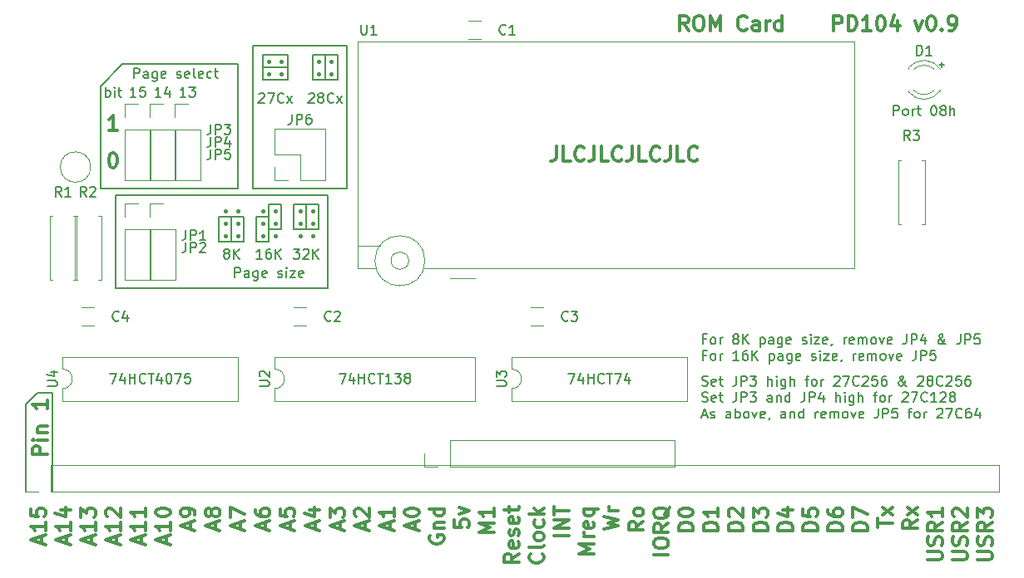
<source format=gbr>
%TF.GenerationSoftware,KiCad,Pcbnew,(5.1.6)-1*%
%TF.CreationDate,2020-12-02T00:41:14-08:00*%
%TF.ProjectId,rc-rom,72632d72-6f6d-42e6-9b69-6361645f7063,rev?*%
%TF.SameCoordinates,PX9157080PY9071968*%
%TF.FileFunction,Legend,Top*%
%TF.FilePolarity,Positive*%
%FSLAX46Y46*%
G04 Gerber Fmt 4.6, Leading zero omitted, Abs format (unit mm)*
G04 Created by KiCad (PCBNEW (5.1.6)-1) date 2020-12-02 00:41:14*
%MOMM*%
%LPD*%
G01*
G04 APERTURE LIST*
%ADD10C,0.150000*%
%ADD11C,0.381000*%
%ADD12C,0.300000*%
%ADD13C,0.200000*%
%ADD14C,0.120000*%
%ADD15C,0.100000*%
G04 APERTURE END LIST*
D10*
X68867976Y11100439D02*
X69010833Y11052820D01*
X69248928Y11052820D01*
X69344166Y11100439D01*
X69391785Y11148058D01*
X69439404Y11243296D01*
X69439404Y11338534D01*
X69391785Y11433772D01*
X69344166Y11481391D01*
X69248928Y11529010D01*
X69058452Y11576629D01*
X68963214Y11624248D01*
X68915595Y11671867D01*
X68867976Y11767105D01*
X68867976Y11862343D01*
X68915595Y11957581D01*
X68963214Y12005200D01*
X69058452Y12052820D01*
X69296547Y12052820D01*
X69439404Y12005200D01*
X70248928Y11100439D02*
X70153690Y11052820D01*
X69963214Y11052820D01*
X69867976Y11100439D01*
X69820357Y11195677D01*
X69820357Y11576629D01*
X69867976Y11671867D01*
X69963214Y11719486D01*
X70153690Y11719486D01*
X70248928Y11671867D01*
X70296547Y11576629D01*
X70296547Y11481391D01*
X69820357Y11386153D01*
X70582261Y11719486D02*
X70963214Y11719486D01*
X70725119Y12052820D02*
X70725119Y11195677D01*
X70772738Y11100439D01*
X70867976Y11052820D01*
X70963214Y11052820D01*
X72344166Y12052820D02*
X72344166Y11338534D01*
X72296547Y11195677D01*
X72201309Y11100439D01*
X72058452Y11052820D01*
X71963214Y11052820D01*
X72820357Y11052820D02*
X72820357Y12052820D01*
X73201309Y12052820D01*
X73296547Y12005200D01*
X73344166Y11957581D01*
X73391785Y11862343D01*
X73391785Y11719486D01*
X73344166Y11624248D01*
X73296547Y11576629D01*
X73201309Y11529010D01*
X72820357Y11529010D01*
X73725119Y12052820D02*
X74344166Y12052820D01*
X74010833Y11671867D01*
X74153690Y11671867D01*
X74248928Y11624248D01*
X74296547Y11576629D01*
X74344166Y11481391D01*
X74344166Y11243296D01*
X74296547Y11148058D01*
X74248928Y11100439D01*
X74153690Y11052820D01*
X73867976Y11052820D01*
X73772738Y11100439D01*
X73725119Y11148058D01*
X75534642Y11052820D02*
X75534642Y12052820D01*
X75963214Y11052820D02*
X75963214Y11576629D01*
X75915595Y11671867D01*
X75820357Y11719486D01*
X75677500Y11719486D01*
X75582261Y11671867D01*
X75534642Y11624248D01*
X76439404Y11052820D02*
X76439404Y11719486D01*
X76439404Y12052820D02*
X76391785Y12005200D01*
X76439404Y11957581D01*
X76487023Y12005200D01*
X76439404Y12052820D01*
X76439404Y11957581D01*
X77344166Y11719486D02*
X77344166Y10909962D01*
X77296547Y10814724D01*
X77248928Y10767105D01*
X77153690Y10719486D01*
X77010833Y10719486D01*
X76915595Y10767105D01*
X77344166Y11100439D02*
X77248928Y11052820D01*
X77058452Y11052820D01*
X76963214Y11100439D01*
X76915595Y11148058D01*
X76867976Y11243296D01*
X76867976Y11529010D01*
X76915595Y11624248D01*
X76963214Y11671867D01*
X77058452Y11719486D01*
X77248928Y11719486D01*
X77344166Y11671867D01*
X77820357Y11052820D02*
X77820357Y12052820D01*
X78248928Y11052820D02*
X78248928Y11576629D01*
X78201309Y11671867D01*
X78106071Y11719486D01*
X77963214Y11719486D01*
X77867976Y11671867D01*
X77820357Y11624248D01*
X79344166Y11719486D02*
X79725119Y11719486D01*
X79487023Y11052820D02*
X79487023Y11909962D01*
X79534642Y12005200D01*
X79629880Y12052820D01*
X79725119Y12052820D01*
X80201309Y11052820D02*
X80106071Y11100439D01*
X80058452Y11148058D01*
X80010833Y11243296D01*
X80010833Y11529010D01*
X80058452Y11624248D01*
X80106071Y11671867D01*
X80201309Y11719486D01*
X80344166Y11719486D01*
X80439404Y11671867D01*
X80487023Y11624248D01*
X80534642Y11529010D01*
X80534642Y11243296D01*
X80487023Y11148058D01*
X80439404Y11100439D01*
X80344166Y11052820D01*
X80201309Y11052820D01*
X80963214Y11052820D02*
X80963214Y11719486D01*
X80963214Y11529010D02*
X81010833Y11624248D01*
X81058452Y11671867D01*
X81153690Y11719486D01*
X81248928Y11719486D01*
X82296547Y11957581D02*
X82344166Y12005200D01*
X82439404Y12052820D01*
X82677500Y12052820D01*
X82772738Y12005200D01*
X82820357Y11957581D01*
X82867976Y11862343D01*
X82867976Y11767105D01*
X82820357Y11624248D01*
X82248928Y11052820D01*
X82867976Y11052820D01*
X83201309Y12052820D02*
X83867976Y12052820D01*
X83439404Y11052820D01*
X84820357Y11148058D02*
X84772738Y11100439D01*
X84629880Y11052820D01*
X84534642Y11052820D01*
X84391785Y11100439D01*
X84296547Y11195677D01*
X84248928Y11290915D01*
X84201309Y11481391D01*
X84201309Y11624248D01*
X84248928Y11814724D01*
X84296547Y11909962D01*
X84391785Y12005200D01*
X84534642Y12052820D01*
X84629880Y12052820D01*
X84772738Y12005200D01*
X84820357Y11957581D01*
X85201309Y11957581D02*
X85248928Y12005200D01*
X85344166Y12052820D01*
X85582261Y12052820D01*
X85677500Y12005200D01*
X85725119Y11957581D01*
X85772738Y11862343D01*
X85772738Y11767105D01*
X85725119Y11624248D01*
X85153690Y11052820D01*
X85772738Y11052820D01*
X86677500Y12052820D02*
X86201309Y12052820D01*
X86153690Y11576629D01*
X86201309Y11624248D01*
X86296547Y11671867D01*
X86534642Y11671867D01*
X86629880Y11624248D01*
X86677500Y11576629D01*
X86725119Y11481391D01*
X86725119Y11243296D01*
X86677500Y11148058D01*
X86629880Y11100439D01*
X86534642Y11052820D01*
X86296547Y11052820D01*
X86201309Y11100439D01*
X86153690Y11148058D01*
X87582261Y12052820D02*
X87391785Y12052820D01*
X87296547Y12005200D01*
X87248928Y11957581D01*
X87153690Y11814724D01*
X87106071Y11624248D01*
X87106071Y11243296D01*
X87153690Y11148058D01*
X87201309Y11100439D01*
X87296547Y11052820D01*
X87487023Y11052820D01*
X87582261Y11100439D01*
X87629880Y11148058D01*
X87677500Y11243296D01*
X87677500Y11481391D01*
X87629880Y11576629D01*
X87582261Y11624248D01*
X87487023Y11671867D01*
X87296547Y11671867D01*
X87201309Y11624248D01*
X87153690Y11576629D01*
X87106071Y11481391D01*
X89677500Y11052820D02*
X89629880Y11052820D01*
X89534642Y11100439D01*
X89391785Y11243296D01*
X89153690Y11529010D01*
X89058452Y11671867D01*
X89010833Y11814724D01*
X89010833Y11909962D01*
X89058452Y12005200D01*
X89153690Y12052820D01*
X89201309Y12052820D01*
X89296547Y12005200D01*
X89344166Y11909962D01*
X89344166Y11862343D01*
X89296547Y11767105D01*
X89248928Y11719486D01*
X88963214Y11529010D01*
X88915595Y11481391D01*
X88867976Y11386153D01*
X88867976Y11243296D01*
X88915595Y11148058D01*
X88963214Y11100439D01*
X89058452Y11052820D01*
X89201309Y11052820D01*
X89296547Y11100439D01*
X89344166Y11148058D01*
X89487023Y11338534D01*
X89534642Y11481391D01*
X89534642Y11576629D01*
X90820357Y11957581D02*
X90867976Y12005200D01*
X90963214Y12052820D01*
X91201309Y12052820D01*
X91296547Y12005200D01*
X91344166Y11957581D01*
X91391785Y11862343D01*
X91391785Y11767105D01*
X91344166Y11624248D01*
X90772738Y11052820D01*
X91391785Y11052820D01*
X91963214Y11624248D02*
X91867976Y11671867D01*
X91820357Y11719486D01*
X91772738Y11814724D01*
X91772738Y11862343D01*
X91820357Y11957581D01*
X91867976Y12005200D01*
X91963214Y12052820D01*
X92153690Y12052820D01*
X92248928Y12005200D01*
X92296547Y11957581D01*
X92344166Y11862343D01*
X92344166Y11814724D01*
X92296547Y11719486D01*
X92248928Y11671867D01*
X92153690Y11624248D01*
X91963214Y11624248D01*
X91867976Y11576629D01*
X91820357Y11529010D01*
X91772738Y11433772D01*
X91772738Y11243296D01*
X91820357Y11148058D01*
X91867976Y11100439D01*
X91963214Y11052820D01*
X92153690Y11052820D01*
X92248928Y11100439D01*
X92296547Y11148058D01*
X92344166Y11243296D01*
X92344166Y11433772D01*
X92296547Y11529010D01*
X92248928Y11576629D01*
X92153690Y11624248D01*
X93344166Y11148058D02*
X93296547Y11100439D01*
X93153690Y11052820D01*
X93058452Y11052820D01*
X92915595Y11100439D01*
X92820357Y11195677D01*
X92772738Y11290915D01*
X92725119Y11481391D01*
X92725119Y11624248D01*
X92772738Y11814724D01*
X92820357Y11909962D01*
X92915595Y12005200D01*
X93058452Y12052820D01*
X93153690Y12052820D01*
X93296547Y12005200D01*
X93344166Y11957581D01*
X93725119Y11957581D02*
X93772738Y12005200D01*
X93867976Y12052820D01*
X94106071Y12052820D01*
X94201309Y12005200D01*
X94248928Y11957581D01*
X94296547Y11862343D01*
X94296547Y11767105D01*
X94248928Y11624248D01*
X93677500Y11052820D01*
X94296547Y11052820D01*
X95201309Y12052820D02*
X94725119Y12052820D01*
X94677500Y11576629D01*
X94725119Y11624248D01*
X94820357Y11671867D01*
X95058452Y11671867D01*
X95153690Y11624248D01*
X95201309Y11576629D01*
X95248928Y11481391D01*
X95248928Y11243296D01*
X95201309Y11148058D01*
X95153690Y11100439D01*
X95058452Y11052820D01*
X94820357Y11052820D01*
X94725119Y11100439D01*
X94677500Y11148058D01*
X96106071Y12052820D02*
X95915595Y12052820D01*
X95820357Y12005200D01*
X95772738Y11957581D01*
X95677500Y11814724D01*
X95629880Y11624248D01*
X95629880Y11243296D01*
X95677500Y11148058D01*
X95725119Y11100439D01*
X95820357Y11052820D01*
X96010833Y11052820D01*
X96106071Y11100439D01*
X96153690Y11148058D01*
X96201309Y11243296D01*
X96201309Y11481391D01*
X96153690Y11576629D01*
X96106071Y11624248D01*
X96010833Y11671867D01*
X95820357Y11671867D01*
X95725119Y11624248D01*
X95677500Y11576629D01*
X95629880Y11481391D01*
X68867976Y9450439D02*
X69010833Y9402820D01*
X69248928Y9402820D01*
X69344166Y9450439D01*
X69391785Y9498058D01*
X69439404Y9593296D01*
X69439404Y9688534D01*
X69391785Y9783772D01*
X69344166Y9831391D01*
X69248928Y9879010D01*
X69058452Y9926629D01*
X68963214Y9974248D01*
X68915595Y10021867D01*
X68867976Y10117105D01*
X68867976Y10212343D01*
X68915595Y10307581D01*
X68963214Y10355200D01*
X69058452Y10402820D01*
X69296547Y10402820D01*
X69439404Y10355200D01*
X70248928Y9450439D02*
X70153690Y9402820D01*
X69963214Y9402820D01*
X69867976Y9450439D01*
X69820357Y9545677D01*
X69820357Y9926629D01*
X69867976Y10021867D01*
X69963214Y10069486D01*
X70153690Y10069486D01*
X70248928Y10021867D01*
X70296547Y9926629D01*
X70296547Y9831391D01*
X69820357Y9736153D01*
X70582261Y10069486D02*
X70963214Y10069486D01*
X70725119Y10402820D02*
X70725119Y9545677D01*
X70772738Y9450439D01*
X70867976Y9402820D01*
X70963214Y9402820D01*
X72344166Y10402820D02*
X72344166Y9688534D01*
X72296547Y9545677D01*
X72201309Y9450439D01*
X72058452Y9402820D01*
X71963214Y9402820D01*
X72820357Y9402820D02*
X72820357Y10402820D01*
X73201309Y10402820D01*
X73296547Y10355200D01*
X73344166Y10307581D01*
X73391785Y10212343D01*
X73391785Y10069486D01*
X73344166Y9974248D01*
X73296547Y9926629D01*
X73201309Y9879010D01*
X72820357Y9879010D01*
X73725119Y10402820D02*
X74344166Y10402820D01*
X74010833Y10021867D01*
X74153690Y10021867D01*
X74248928Y9974248D01*
X74296547Y9926629D01*
X74344166Y9831391D01*
X74344166Y9593296D01*
X74296547Y9498058D01*
X74248928Y9450439D01*
X74153690Y9402820D01*
X73867976Y9402820D01*
X73772738Y9450439D01*
X73725119Y9498058D01*
X75963214Y9402820D02*
X75963214Y9926629D01*
X75915595Y10021867D01*
X75820357Y10069486D01*
X75629880Y10069486D01*
X75534642Y10021867D01*
X75963214Y9450439D02*
X75867976Y9402820D01*
X75629880Y9402820D01*
X75534642Y9450439D01*
X75487023Y9545677D01*
X75487023Y9640915D01*
X75534642Y9736153D01*
X75629880Y9783772D01*
X75867976Y9783772D01*
X75963214Y9831391D01*
X76439404Y10069486D02*
X76439404Y9402820D01*
X76439404Y9974248D02*
X76487023Y10021867D01*
X76582261Y10069486D01*
X76725119Y10069486D01*
X76820357Y10021867D01*
X76867976Y9926629D01*
X76867976Y9402820D01*
X77772738Y9402820D02*
X77772738Y10402820D01*
X77772738Y9450439D02*
X77677500Y9402820D01*
X77487023Y9402820D01*
X77391785Y9450439D01*
X77344166Y9498058D01*
X77296547Y9593296D01*
X77296547Y9879010D01*
X77344166Y9974248D01*
X77391785Y10021867D01*
X77487023Y10069486D01*
X77677500Y10069486D01*
X77772738Y10021867D01*
X79296547Y10402820D02*
X79296547Y9688534D01*
X79248928Y9545677D01*
X79153690Y9450439D01*
X79010833Y9402820D01*
X78915595Y9402820D01*
X79772738Y9402820D02*
X79772738Y10402820D01*
X80153690Y10402820D01*
X80248928Y10355200D01*
X80296547Y10307581D01*
X80344166Y10212343D01*
X80344166Y10069486D01*
X80296547Y9974248D01*
X80248928Y9926629D01*
X80153690Y9879010D01*
X79772738Y9879010D01*
X81201309Y10069486D02*
X81201309Y9402820D01*
X80963214Y10450439D02*
X80725119Y9736153D01*
X81344166Y9736153D01*
X82487023Y9402820D02*
X82487023Y10402820D01*
X82915595Y9402820D02*
X82915595Y9926629D01*
X82867976Y10021867D01*
X82772738Y10069486D01*
X82629880Y10069486D01*
X82534642Y10021867D01*
X82487023Y9974248D01*
X83391785Y9402820D02*
X83391785Y10069486D01*
X83391785Y10402820D02*
X83344166Y10355200D01*
X83391785Y10307581D01*
X83439404Y10355200D01*
X83391785Y10402820D01*
X83391785Y10307581D01*
X84296547Y10069486D02*
X84296547Y9259962D01*
X84248928Y9164724D01*
X84201309Y9117105D01*
X84106071Y9069486D01*
X83963214Y9069486D01*
X83867976Y9117105D01*
X84296547Y9450439D02*
X84201309Y9402820D01*
X84010833Y9402820D01*
X83915595Y9450439D01*
X83867976Y9498058D01*
X83820357Y9593296D01*
X83820357Y9879010D01*
X83867976Y9974248D01*
X83915595Y10021867D01*
X84010833Y10069486D01*
X84201309Y10069486D01*
X84296547Y10021867D01*
X84772738Y9402820D02*
X84772738Y10402820D01*
X85201309Y9402820D02*
X85201309Y9926629D01*
X85153690Y10021867D01*
X85058452Y10069486D01*
X84915595Y10069486D01*
X84820357Y10021867D01*
X84772738Y9974248D01*
X86296547Y10069486D02*
X86677500Y10069486D01*
X86439404Y9402820D02*
X86439404Y10259962D01*
X86487023Y10355200D01*
X86582261Y10402820D01*
X86677500Y10402820D01*
X87153690Y9402820D02*
X87058452Y9450439D01*
X87010833Y9498058D01*
X86963214Y9593296D01*
X86963214Y9879010D01*
X87010833Y9974248D01*
X87058452Y10021867D01*
X87153690Y10069486D01*
X87296547Y10069486D01*
X87391785Y10021867D01*
X87439404Y9974248D01*
X87487023Y9879010D01*
X87487023Y9593296D01*
X87439404Y9498058D01*
X87391785Y9450439D01*
X87296547Y9402820D01*
X87153690Y9402820D01*
X87915595Y9402820D02*
X87915595Y10069486D01*
X87915595Y9879010D02*
X87963214Y9974248D01*
X88010833Y10021867D01*
X88106071Y10069486D01*
X88201309Y10069486D01*
X89248928Y10307581D02*
X89296547Y10355200D01*
X89391785Y10402820D01*
X89629880Y10402820D01*
X89725119Y10355200D01*
X89772738Y10307581D01*
X89820357Y10212343D01*
X89820357Y10117105D01*
X89772738Y9974248D01*
X89201309Y9402820D01*
X89820357Y9402820D01*
X90153690Y10402820D02*
X90820357Y10402820D01*
X90391785Y9402820D01*
X91772738Y9498058D02*
X91725119Y9450439D01*
X91582261Y9402820D01*
X91487023Y9402820D01*
X91344166Y9450439D01*
X91248928Y9545677D01*
X91201309Y9640915D01*
X91153690Y9831391D01*
X91153690Y9974248D01*
X91201309Y10164724D01*
X91248928Y10259962D01*
X91344166Y10355200D01*
X91487023Y10402820D01*
X91582261Y10402820D01*
X91725119Y10355200D01*
X91772738Y10307581D01*
X92725119Y9402820D02*
X92153690Y9402820D01*
X92439404Y9402820D02*
X92439404Y10402820D01*
X92344166Y10259962D01*
X92248928Y10164724D01*
X92153690Y10117105D01*
X93106071Y10307581D02*
X93153690Y10355200D01*
X93248928Y10402820D01*
X93487023Y10402820D01*
X93582261Y10355200D01*
X93629880Y10307581D01*
X93677500Y10212343D01*
X93677500Y10117105D01*
X93629880Y9974248D01*
X93058452Y9402820D01*
X93677500Y9402820D01*
X94248928Y9974248D02*
X94153690Y10021867D01*
X94106071Y10069486D01*
X94058452Y10164724D01*
X94058452Y10212343D01*
X94106071Y10307581D01*
X94153690Y10355200D01*
X94248928Y10402820D01*
X94439404Y10402820D01*
X94534642Y10355200D01*
X94582261Y10307581D01*
X94629880Y10212343D01*
X94629880Y10164724D01*
X94582261Y10069486D01*
X94534642Y10021867D01*
X94439404Y9974248D01*
X94248928Y9974248D01*
X94153690Y9926629D01*
X94106071Y9879010D01*
X94058452Y9783772D01*
X94058452Y9593296D01*
X94106071Y9498058D01*
X94153690Y9450439D01*
X94248928Y9402820D01*
X94439404Y9402820D01*
X94534642Y9450439D01*
X94582261Y9498058D01*
X94629880Y9593296D01*
X94629880Y9783772D01*
X94582261Y9879010D01*
X94534642Y9926629D01*
X94439404Y9974248D01*
X68867976Y8038534D02*
X69344166Y8038534D01*
X68772738Y7752820D02*
X69106071Y8752820D01*
X69439404Y7752820D01*
X69725119Y7800439D02*
X69820357Y7752820D01*
X70010833Y7752820D01*
X70106071Y7800439D01*
X70153690Y7895677D01*
X70153690Y7943296D01*
X70106071Y8038534D01*
X70010833Y8086153D01*
X69867976Y8086153D01*
X69772738Y8133772D01*
X69725119Y8229010D01*
X69725119Y8276629D01*
X69772738Y8371867D01*
X69867976Y8419486D01*
X70010833Y8419486D01*
X70106071Y8371867D01*
X71772738Y7752820D02*
X71772738Y8276629D01*
X71725119Y8371867D01*
X71629880Y8419486D01*
X71439404Y8419486D01*
X71344166Y8371867D01*
X71772738Y7800439D02*
X71677500Y7752820D01*
X71439404Y7752820D01*
X71344166Y7800439D01*
X71296547Y7895677D01*
X71296547Y7990915D01*
X71344166Y8086153D01*
X71439404Y8133772D01*
X71677500Y8133772D01*
X71772738Y8181391D01*
X72248928Y7752820D02*
X72248928Y8752820D01*
X72248928Y8371867D02*
X72344166Y8419486D01*
X72534642Y8419486D01*
X72629880Y8371867D01*
X72677500Y8324248D01*
X72725119Y8229010D01*
X72725119Y7943296D01*
X72677500Y7848058D01*
X72629880Y7800439D01*
X72534642Y7752820D01*
X72344166Y7752820D01*
X72248928Y7800439D01*
X73296547Y7752820D02*
X73201309Y7800439D01*
X73153690Y7848058D01*
X73106071Y7943296D01*
X73106071Y8229010D01*
X73153690Y8324248D01*
X73201309Y8371867D01*
X73296547Y8419486D01*
X73439404Y8419486D01*
X73534642Y8371867D01*
X73582261Y8324248D01*
X73629880Y8229010D01*
X73629880Y7943296D01*
X73582261Y7848058D01*
X73534642Y7800439D01*
X73439404Y7752820D01*
X73296547Y7752820D01*
X73963214Y8419486D02*
X74201309Y7752820D01*
X74439404Y8419486D01*
X75201309Y7800439D02*
X75106071Y7752820D01*
X74915595Y7752820D01*
X74820357Y7800439D01*
X74772738Y7895677D01*
X74772738Y8276629D01*
X74820357Y8371867D01*
X74915595Y8419486D01*
X75106071Y8419486D01*
X75201309Y8371867D01*
X75248928Y8276629D01*
X75248928Y8181391D01*
X74772738Y8086153D01*
X75725119Y7800439D02*
X75725119Y7752820D01*
X75677500Y7657581D01*
X75629880Y7609962D01*
X77344166Y7752820D02*
X77344166Y8276629D01*
X77296547Y8371867D01*
X77201309Y8419486D01*
X77010833Y8419486D01*
X76915595Y8371867D01*
X77344166Y7800439D02*
X77248928Y7752820D01*
X77010833Y7752820D01*
X76915595Y7800439D01*
X76867976Y7895677D01*
X76867976Y7990915D01*
X76915595Y8086153D01*
X77010833Y8133772D01*
X77248928Y8133772D01*
X77344166Y8181391D01*
X77820357Y8419486D02*
X77820357Y7752820D01*
X77820357Y8324248D02*
X77867976Y8371867D01*
X77963214Y8419486D01*
X78106071Y8419486D01*
X78201309Y8371867D01*
X78248928Y8276629D01*
X78248928Y7752820D01*
X79153690Y7752820D02*
X79153690Y8752820D01*
X79153690Y7800439D02*
X79058452Y7752820D01*
X78867976Y7752820D01*
X78772738Y7800439D01*
X78725119Y7848058D01*
X78677500Y7943296D01*
X78677500Y8229010D01*
X78725119Y8324248D01*
X78772738Y8371867D01*
X78867976Y8419486D01*
X79058452Y8419486D01*
X79153690Y8371867D01*
X80391785Y7752820D02*
X80391785Y8419486D01*
X80391785Y8229010D02*
X80439404Y8324248D01*
X80487023Y8371867D01*
X80582261Y8419486D01*
X80677500Y8419486D01*
X81391785Y7800439D02*
X81296547Y7752820D01*
X81106071Y7752820D01*
X81010833Y7800439D01*
X80963214Y7895677D01*
X80963214Y8276629D01*
X81010833Y8371867D01*
X81106071Y8419486D01*
X81296547Y8419486D01*
X81391785Y8371867D01*
X81439404Y8276629D01*
X81439404Y8181391D01*
X80963214Y8086153D01*
X81867976Y7752820D02*
X81867976Y8419486D01*
X81867976Y8324248D02*
X81915595Y8371867D01*
X82010833Y8419486D01*
X82153690Y8419486D01*
X82248928Y8371867D01*
X82296547Y8276629D01*
X82296547Y7752820D01*
X82296547Y8276629D02*
X82344166Y8371867D01*
X82439404Y8419486D01*
X82582261Y8419486D01*
X82677500Y8371867D01*
X82725119Y8276629D01*
X82725119Y7752820D01*
X83344166Y7752820D02*
X83248928Y7800439D01*
X83201309Y7848058D01*
X83153690Y7943296D01*
X83153690Y8229010D01*
X83201309Y8324248D01*
X83248928Y8371867D01*
X83344166Y8419486D01*
X83487023Y8419486D01*
X83582261Y8371867D01*
X83629880Y8324248D01*
X83677500Y8229010D01*
X83677500Y7943296D01*
X83629880Y7848058D01*
X83582261Y7800439D01*
X83487023Y7752820D01*
X83344166Y7752820D01*
X84010833Y8419486D02*
X84248928Y7752820D01*
X84487023Y8419486D01*
X85248928Y7800439D02*
X85153690Y7752820D01*
X84963214Y7752820D01*
X84867976Y7800439D01*
X84820357Y7895677D01*
X84820357Y8276629D01*
X84867976Y8371867D01*
X84963214Y8419486D01*
X85153690Y8419486D01*
X85248928Y8371867D01*
X85296547Y8276629D01*
X85296547Y8181391D01*
X84820357Y8086153D01*
X86772738Y8752820D02*
X86772738Y8038534D01*
X86725119Y7895677D01*
X86629880Y7800439D01*
X86487023Y7752820D01*
X86391785Y7752820D01*
X87248928Y7752820D02*
X87248928Y8752820D01*
X87629880Y8752820D01*
X87725119Y8705200D01*
X87772738Y8657581D01*
X87820357Y8562343D01*
X87820357Y8419486D01*
X87772738Y8324248D01*
X87725119Y8276629D01*
X87629880Y8229010D01*
X87248928Y8229010D01*
X88725119Y8752820D02*
X88248928Y8752820D01*
X88201309Y8276629D01*
X88248928Y8324248D01*
X88344166Y8371867D01*
X88582261Y8371867D01*
X88677500Y8324248D01*
X88725119Y8276629D01*
X88772738Y8181391D01*
X88772738Y7943296D01*
X88725119Y7848058D01*
X88677500Y7800439D01*
X88582261Y7752820D01*
X88344166Y7752820D01*
X88248928Y7800439D01*
X88201309Y7848058D01*
X89820357Y8419486D02*
X90201309Y8419486D01*
X89963214Y7752820D02*
X89963214Y8609962D01*
X90010833Y8705200D01*
X90106071Y8752820D01*
X90201309Y8752820D01*
X90677500Y7752820D02*
X90582261Y7800439D01*
X90534642Y7848058D01*
X90487023Y7943296D01*
X90487023Y8229010D01*
X90534642Y8324248D01*
X90582261Y8371867D01*
X90677500Y8419486D01*
X90820357Y8419486D01*
X90915595Y8371867D01*
X90963214Y8324248D01*
X91010833Y8229010D01*
X91010833Y7943296D01*
X90963214Y7848058D01*
X90915595Y7800439D01*
X90820357Y7752820D01*
X90677500Y7752820D01*
X91439404Y7752820D02*
X91439404Y8419486D01*
X91439404Y8229010D02*
X91487023Y8324248D01*
X91534642Y8371867D01*
X91629880Y8419486D01*
X91725119Y8419486D01*
X92772738Y8657581D02*
X92820357Y8705200D01*
X92915595Y8752820D01*
X93153690Y8752820D01*
X93248928Y8705200D01*
X93296547Y8657581D01*
X93344166Y8562343D01*
X93344166Y8467105D01*
X93296547Y8324248D01*
X92725119Y7752820D01*
X93344166Y7752820D01*
X93677500Y8752820D02*
X94344166Y8752820D01*
X93915595Y7752820D01*
X95296547Y7848058D02*
X95248928Y7800439D01*
X95106071Y7752820D01*
X95010833Y7752820D01*
X94867976Y7800439D01*
X94772738Y7895677D01*
X94725119Y7990915D01*
X94677500Y8181391D01*
X94677500Y8324248D01*
X94725119Y8514724D01*
X94772738Y8609962D01*
X94867976Y8705200D01*
X95010833Y8752820D01*
X95106071Y8752820D01*
X95248928Y8705200D01*
X95296547Y8657581D01*
X96153690Y8752820D02*
X95963214Y8752820D01*
X95867976Y8705200D01*
X95820357Y8657581D01*
X95725119Y8514724D01*
X95677500Y8324248D01*
X95677500Y7943296D01*
X95725119Y7848058D01*
X95772738Y7800439D01*
X95867976Y7752820D01*
X96058452Y7752820D01*
X96153690Y7800439D01*
X96201309Y7848058D01*
X96248928Y7943296D01*
X96248928Y8181391D01*
X96201309Y8276629D01*
X96153690Y8324248D01*
X96058452Y8371867D01*
X95867976Y8371867D01*
X95772738Y8324248D01*
X95725119Y8276629D01*
X95677500Y8181391D01*
X97106071Y8419486D02*
X97106071Y7752820D01*
X96867976Y8800439D02*
X96629880Y8086153D01*
X97248928Y8086153D01*
X69248928Y15831629D02*
X68915595Y15831629D01*
X68915595Y15307820D02*
X68915595Y16307820D01*
X69391785Y16307820D01*
X69915595Y15307820D02*
X69820357Y15355439D01*
X69772738Y15403058D01*
X69725119Y15498296D01*
X69725119Y15784010D01*
X69772738Y15879248D01*
X69820357Y15926867D01*
X69915595Y15974486D01*
X70058452Y15974486D01*
X70153690Y15926867D01*
X70201309Y15879248D01*
X70248928Y15784010D01*
X70248928Y15498296D01*
X70201309Y15403058D01*
X70153690Y15355439D01*
X70058452Y15307820D01*
X69915595Y15307820D01*
X70677500Y15307820D02*
X70677500Y15974486D01*
X70677500Y15784010D02*
X70725119Y15879248D01*
X70772738Y15926867D01*
X70867976Y15974486D01*
X70963214Y15974486D01*
X72201309Y15879248D02*
X72106071Y15926867D01*
X72058452Y15974486D01*
X72010833Y16069724D01*
X72010833Y16117343D01*
X72058452Y16212581D01*
X72106071Y16260200D01*
X72201309Y16307820D01*
X72391785Y16307820D01*
X72487023Y16260200D01*
X72534642Y16212581D01*
X72582261Y16117343D01*
X72582261Y16069724D01*
X72534642Y15974486D01*
X72487023Y15926867D01*
X72391785Y15879248D01*
X72201309Y15879248D01*
X72106071Y15831629D01*
X72058452Y15784010D01*
X72010833Y15688772D01*
X72010833Y15498296D01*
X72058452Y15403058D01*
X72106071Y15355439D01*
X72201309Y15307820D01*
X72391785Y15307820D01*
X72487023Y15355439D01*
X72534642Y15403058D01*
X72582261Y15498296D01*
X72582261Y15688772D01*
X72534642Y15784010D01*
X72487023Y15831629D01*
X72391785Y15879248D01*
X73010833Y15307820D02*
X73010833Y16307820D01*
X73582261Y15307820D02*
X73153690Y15879248D01*
X73582261Y16307820D02*
X73010833Y15736391D01*
X74772738Y15974486D02*
X74772738Y14974486D01*
X74772738Y15926867D02*
X74867976Y15974486D01*
X75058452Y15974486D01*
X75153690Y15926867D01*
X75201309Y15879248D01*
X75248928Y15784010D01*
X75248928Y15498296D01*
X75201309Y15403058D01*
X75153690Y15355439D01*
X75058452Y15307820D01*
X74867976Y15307820D01*
X74772738Y15355439D01*
X76106071Y15307820D02*
X76106071Y15831629D01*
X76058452Y15926867D01*
X75963214Y15974486D01*
X75772738Y15974486D01*
X75677500Y15926867D01*
X76106071Y15355439D02*
X76010833Y15307820D01*
X75772738Y15307820D01*
X75677500Y15355439D01*
X75629880Y15450677D01*
X75629880Y15545915D01*
X75677500Y15641153D01*
X75772738Y15688772D01*
X76010833Y15688772D01*
X76106071Y15736391D01*
X77010833Y15974486D02*
X77010833Y15164962D01*
X76963214Y15069724D01*
X76915595Y15022105D01*
X76820357Y14974486D01*
X76677500Y14974486D01*
X76582261Y15022105D01*
X77010833Y15355439D02*
X76915595Y15307820D01*
X76725119Y15307820D01*
X76629880Y15355439D01*
X76582261Y15403058D01*
X76534642Y15498296D01*
X76534642Y15784010D01*
X76582261Y15879248D01*
X76629880Y15926867D01*
X76725119Y15974486D01*
X76915595Y15974486D01*
X77010833Y15926867D01*
X77867976Y15355439D02*
X77772738Y15307820D01*
X77582261Y15307820D01*
X77487023Y15355439D01*
X77439404Y15450677D01*
X77439404Y15831629D01*
X77487023Y15926867D01*
X77582261Y15974486D01*
X77772738Y15974486D01*
X77867976Y15926867D01*
X77915595Y15831629D01*
X77915595Y15736391D01*
X77439404Y15641153D01*
X79058452Y15355439D02*
X79153690Y15307820D01*
X79344166Y15307820D01*
X79439404Y15355439D01*
X79487023Y15450677D01*
X79487023Y15498296D01*
X79439404Y15593534D01*
X79344166Y15641153D01*
X79201309Y15641153D01*
X79106071Y15688772D01*
X79058452Y15784010D01*
X79058452Y15831629D01*
X79106071Y15926867D01*
X79201309Y15974486D01*
X79344166Y15974486D01*
X79439404Y15926867D01*
X79915595Y15307820D02*
X79915595Y15974486D01*
X79915595Y16307820D02*
X79867976Y16260200D01*
X79915595Y16212581D01*
X79963214Y16260200D01*
X79915595Y16307820D01*
X79915595Y16212581D01*
X80296547Y15974486D02*
X80820357Y15974486D01*
X80296547Y15307820D01*
X80820357Y15307820D01*
X81582261Y15355439D02*
X81487023Y15307820D01*
X81296547Y15307820D01*
X81201309Y15355439D01*
X81153690Y15450677D01*
X81153690Y15831629D01*
X81201309Y15926867D01*
X81296547Y15974486D01*
X81487023Y15974486D01*
X81582261Y15926867D01*
X81629880Y15831629D01*
X81629880Y15736391D01*
X81153690Y15641153D01*
X82106071Y15355439D02*
X82106071Y15307820D01*
X82058452Y15212581D01*
X82010833Y15164962D01*
X83296547Y15307820D02*
X83296547Y15974486D01*
X83296547Y15784010D02*
X83344166Y15879248D01*
X83391785Y15926867D01*
X83487023Y15974486D01*
X83582261Y15974486D01*
X84296547Y15355439D02*
X84201309Y15307820D01*
X84010833Y15307820D01*
X83915595Y15355439D01*
X83867976Y15450677D01*
X83867976Y15831629D01*
X83915595Y15926867D01*
X84010833Y15974486D01*
X84201309Y15974486D01*
X84296547Y15926867D01*
X84344166Y15831629D01*
X84344166Y15736391D01*
X83867976Y15641153D01*
X84772738Y15307820D02*
X84772738Y15974486D01*
X84772738Y15879248D02*
X84820357Y15926867D01*
X84915595Y15974486D01*
X85058452Y15974486D01*
X85153690Y15926867D01*
X85201309Y15831629D01*
X85201309Y15307820D01*
X85201309Y15831629D02*
X85248928Y15926867D01*
X85344166Y15974486D01*
X85487023Y15974486D01*
X85582261Y15926867D01*
X85629880Y15831629D01*
X85629880Y15307820D01*
X86248928Y15307820D02*
X86153690Y15355439D01*
X86106071Y15403058D01*
X86058452Y15498296D01*
X86058452Y15784010D01*
X86106071Y15879248D01*
X86153690Y15926867D01*
X86248928Y15974486D01*
X86391785Y15974486D01*
X86487023Y15926867D01*
X86534642Y15879248D01*
X86582261Y15784010D01*
X86582261Y15498296D01*
X86534642Y15403058D01*
X86487023Y15355439D01*
X86391785Y15307820D01*
X86248928Y15307820D01*
X86915595Y15974486D02*
X87153690Y15307820D01*
X87391785Y15974486D01*
X88153690Y15355439D02*
X88058452Y15307820D01*
X87867976Y15307820D01*
X87772738Y15355439D01*
X87725119Y15450677D01*
X87725119Y15831629D01*
X87772738Y15926867D01*
X87867976Y15974486D01*
X88058452Y15974486D01*
X88153690Y15926867D01*
X88201309Y15831629D01*
X88201309Y15736391D01*
X87725119Y15641153D01*
X89677500Y16307820D02*
X89677500Y15593534D01*
X89629880Y15450677D01*
X89534642Y15355439D01*
X89391785Y15307820D01*
X89296547Y15307820D01*
X90153690Y15307820D02*
X90153690Y16307820D01*
X90534642Y16307820D01*
X90629880Y16260200D01*
X90677500Y16212581D01*
X90725119Y16117343D01*
X90725119Y15974486D01*
X90677500Y15879248D01*
X90629880Y15831629D01*
X90534642Y15784010D01*
X90153690Y15784010D01*
X91582261Y15974486D02*
X91582261Y15307820D01*
X91344166Y16355439D02*
X91106071Y15641153D01*
X91725119Y15641153D01*
X93677500Y15307820D02*
X93629880Y15307820D01*
X93534642Y15355439D01*
X93391785Y15498296D01*
X93153690Y15784010D01*
X93058452Y15926867D01*
X93010833Y16069724D01*
X93010833Y16164962D01*
X93058452Y16260200D01*
X93153690Y16307820D01*
X93201309Y16307820D01*
X93296547Y16260200D01*
X93344166Y16164962D01*
X93344166Y16117343D01*
X93296547Y16022105D01*
X93248928Y15974486D01*
X92963214Y15784010D01*
X92915595Y15736391D01*
X92867976Y15641153D01*
X92867976Y15498296D01*
X92915595Y15403058D01*
X92963214Y15355439D01*
X93058452Y15307820D01*
X93201309Y15307820D01*
X93296547Y15355439D01*
X93344166Y15403058D01*
X93487023Y15593534D01*
X93534642Y15736391D01*
X93534642Y15831629D01*
X95153690Y16307820D02*
X95153690Y15593534D01*
X95106071Y15450677D01*
X95010833Y15355439D01*
X94867976Y15307820D01*
X94772738Y15307820D01*
X95629880Y15307820D02*
X95629880Y16307820D01*
X96010833Y16307820D01*
X96106071Y16260200D01*
X96153690Y16212581D01*
X96201309Y16117343D01*
X96201309Y15974486D01*
X96153690Y15879248D01*
X96106071Y15831629D01*
X96010833Y15784010D01*
X95629880Y15784010D01*
X97106071Y16307820D02*
X96629880Y16307820D01*
X96582261Y15831629D01*
X96629880Y15879248D01*
X96725119Y15926867D01*
X96963214Y15926867D01*
X97058452Y15879248D01*
X97106071Y15831629D01*
X97153690Y15736391D01*
X97153690Y15498296D01*
X97106071Y15403058D01*
X97058452Y15355439D01*
X96963214Y15307820D01*
X96725119Y15307820D01*
X96629880Y15355439D01*
X96582261Y15403058D01*
X69248928Y14181629D02*
X68915595Y14181629D01*
X68915595Y13657820D02*
X68915595Y14657820D01*
X69391785Y14657820D01*
X69915595Y13657820D02*
X69820357Y13705439D01*
X69772738Y13753058D01*
X69725119Y13848296D01*
X69725119Y14134010D01*
X69772738Y14229248D01*
X69820357Y14276867D01*
X69915595Y14324486D01*
X70058452Y14324486D01*
X70153690Y14276867D01*
X70201309Y14229248D01*
X70248928Y14134010D01*
X70248928Y13848296D01*
X70201309Y13753058D01*
X70153690Y13705439D01*
X70058452Y13657820D01*
X69915595Y13657820D01*
X70677500Y13657820D02*
X70677500Y14324486D01*
X70677500Y14134010D02*
X70725119Y14229248D01*
X70772738Y14276867D01*
X70867976Y14324486D01*
X70963214Y14324486D01*
X72582261Y13657820D02*
X72010833Y13657820D01*
X72296547Y13657820D02*
X72296547Y14657820D01*
X72201309Y14514962D01*
X72106071Y14419724D01*
X72010833Y14372105D01*
X73439404Y14657820D02*
X73248928Y14657820D01*
X73153690Y14610200D01*
X73106071Y14562581D01*
X73010833Y14419724D01*
X72963214Y14229248D01*
X72963214Y13848296D01*
X73010833Y13753058D01*
X73058452Y13705439D01*
X73153690Y13657820D01*
X73344166Y13657820D01*
X73439404Y13705439D01*
X73487023Y13753058D01*
X73534642Y13848296D01*
X73534642Y14086391D01*
X73487023Y14181629D01*
X73439404Y14229248D01*
X73344166Y14276867D01*
X73153690Y14276867D01*
X73058452Y14229248D01*
X73010833Y14181629D01*
X72963214Y14086391D01*
X73963214Y13657820D02*
X73963214Y14657820D01*
X74534642Y13657820D02*
X74106071Y14229248D01*
X74534642Y14657820D02*
X73963214Y14086391D01*
X75725119Y14324486D02*
X75725119Y13324486D01*
X75725119Y14276867D02*
X75820357Y14324486D01*
X76010833Y14324486D01*
X76106071Y14276867D01*
X76153690Y14229248D01*
X76201309Y14134010D01*
X76201309Y13848296D01*
X76153690Y13753058D01*
X76106071Y13705439D01*
X76010833Y13657820D01*
X75820357Y13657820D01*
X75725119Y13705439D01*
X77058452Y13657820D02*
X77058452Y14181629D01*
X77010833Y14276867D01*
X76915595Y14324486D01*
X76725119Y14324486D01*
X76629880Y14276867D01*
X77058452Y13705439D02*
X76963214Y13657820D01*
X76725119Y13657820D01*
X76629880Y13705439D01*
X76582261Y13800677D01*
X76582261Y13895915D01*
X76629880Y13991153D01*
X76725119Y14038772D01*
X76963214Y14038772D01*
X77058452Y14086391D01*
X77963214Y14324486D02*
X77963214Y13514962D01*
X77915595Y13419724D01*
X77867976Y13372105D01*
X77772738Y13324486D01*
X77629880Y13324486D01*
X77534642Y13372105D01*
X77963214Y13705439D02*
X77867976Y13657820D01*
X77677500Y13657820D01*
X77582261Y13705439D01*
X77534642Y13753058D01*
X77487023Y13848296D01*
X77487023Y14134010D01*
X77534642Y14229248D01*
X77582261Y14276867D01*
X77677500Y14324486D01*
X77867976Y14324486D01*
X77963214Y14276867D01*
X78820357Y13705439D02*
X78725119Y13657820D01*
X78534642Y13657820D01*
X78439404Y13705439D01*
X78391785Y13800677D01*
X78391785Y14181629D01*
X78439404Y14276867D01*
X78534642Y14324486D01*
X78725119Y14324486D01*
X78820357Y14276867D01*
X78867976Y14181629D01*
X78867976Y14086391D01*
X78391785Y13991153D01*
X80010833Y13705439D02*
X80106071Y13657820D01*
X80296547Y13657820D01*
X80391785Y13705439D01*
X80439404Y13800677D01*
X80439404Y13848296D01*
X80391785Y13943534D01*
X80296547Y13991153D01*
X80153690Y13991153D01*
X80058452Y14038772D01*
X80010833Y14134010D01*
X80010833Y14181629D01*
X80058452Y14276867D01*
X80153690Y14324486D01*
X80296547Y14324486D01*
X80391785Y14276867D01*
X80867976Y13657820D02*
X80867976Y14324486D01*
X80867976Y14657820D02*
X80820357Y14610200D01*
X80867976Y14562581D01*
X80915595Y14610200D01*
X80867976Y14657820D01*
X80867976Y14562581D01*
X81248928Y14324486D02*
X81772738Y14324486D01*
X81248928Y13657820D01*
X81772738Y13657820D01*
X82534642Y13705439D02*
X82439404Y13657820D01*
X82248928Y13657820D01*
X82153690Y13705439D01*
X82106071Y13800677D01*
X82106071Y14181629D01*
X82153690Y14276867D01*
X82248928Y14324486D01*
X82439404Y14324486D01*
X82534642Y14276867D01*
X82582261Y14181629D01*
X82582261Y14086391D01*
X82106071Y13991153D01*
X83058452Y13705439D02*
X83058452Y13657820D01*
X83010833Y13562581D01*
X82963214Y13514962D01*
X84248928Y13657820D02*
X84248928Y14324486D01*
X84248928Y14134010D02*
X84296547Y14229248D01*
X84344166Y14276867D01*
X84439404Y14324486D01*
X84534642Y14324486D01*
X85248928Y13705439D02*
X85153690Y13657820D01*
X84963214Y13657820D01*
X84867976Y13705439D01*
X84820357Y13800677D01*
X84820357Y14181629D01*
X84867976Y14276867D01*
X84963214Y14324486D01*
X85153690Y14324486D01*
X85248928Y14276867D01*
X85296547Y14181629D01*
X85296547Y14086391D01*
X84820357Y13991153D01*
X85725119Y13657820D02*
X85725119Y14324486D01*
X85725119Y14229248D02*
X85772738Y14276867D01*
X85867976Y14324486D01*
X86010833Y14324486D01*
X86106071Y14276867D01*
X86153690Y14181629D01*
X86153690Y13657820D01*
X86153690Y14181629D02*
X86201309Y14276867D01*
X86296547Y14324486D01*
X86439404Y14324486D01*
X86534642Y14276867D01*
X86582261Y14181629D01*
X86582261Y13657820D01*
X87201309Y13657820D02*
X87106071Y13705439D01*
X87058452Y13753058D01*
X87010833Y13848296D01*
X87010833Y14134010D01*
X87058452Y14229248D01*
X87106071Y14276867D01*
X87201309Y14324486D01*
X87344166Y14324486D01*
X87439404Y14276867D01*
X87487023Y14229248D01*
X87534642Y14134010D01*
X87534642Y13848296D01*
X87487023Y13753058D01*
X87439404Y13705439D01*
X87344166Y13657820D01*
X87201309Y13657820D01*
X87867976Y14324486D02*
X88106071Y13657820D01*
X88344166Y14324486D01*
X89106071Y13705439D02*
X89010833Y13657820D01*
X88820357Y13657820D01*
X88725119Y13705439D01*
X88677500Y13800677D01*
X88677500Y14181629D01*
X88725119Y14276867D01*
X88820357Y14324486D01*
X89010833Y14324486D01*
X89106071Y14276867D01*
X89153690Y14181629D01*
X89153690Y14086391D01*
X88677500Y13991153D01*
X90629880Y14657820D02*
X90629880Y13943534D01*
X90582261Y13800677D01*
X90487023Y13705439D01*
X90344166Y13657820D01*
X90248928Y13657820D01*
X91106071Y13657820D02*
X91106071Y14657820D01*
X91487023Y14657820D01*
X91582261Y14610200D01*
X91629880Y14562581D01*
X91677500Y14467343D01*
X91677500Y14324486D01*
X91629880Y14229248D01*
X91582261Y14181629D01*
X91487023Y14134010D01*
X91106071Y14134010D01*
X92582261Y14657820D02*
X92106071Y14657820D01*
X92058452Y14181629D01*
X92106071Y14229248D01*
X92201309Y14276867D01*
X92439404Y14276867D01*
X92534642Y14229248D01*
X92582261Y14181629D01*
X92629880Y14086391D01*
X92629880Y13848296D01*
X92582261Y13753058D01*
X92534642Y13705439D01*
X92439404Y13657820D01*
X92201309Y13657820D01*
X92106071Y13705439D01*
X92058452Y13753058D01*
X88344761Y38612820D02*
X88344761Y39612820D01*
X88725714Y39612820D01*
X88820952Y39565200D01*
X88868571Y39517581D01*
X88916190Y39422343D01*
X88916190Y39279486D01*
X88868571Y39184248D01*
X88820952Y39136629D01*
X88725714Y39089010D01*
X88344761Y39089010D01*
X89487619Y38612820D02*
X89392380Y38660439D01*
X89344761Y38708058D01*
X89297142Y38803296D01*
X89297142Y39089010D01*
X89344761Y39184248D01*
X89392380Y39231867D01*
X89487619Y39279486D01*
X89630476Y39279486D01*
X89725714Y39231867D01*
X89773333Y39184248D01*
X89820952Y39089010D01*
X89820952Y38803296D01*
X89773333Y38708058D01*
X89725714Y38660439D01*
X89630476Y38612820D01*
X89487619Y38612820D01*
X90249523Y38612820D02*
X90249523Y39279486D01*
X90249523Y39089010D02*
X90297142Y39184248D01*
X90344761Y39231867D01*
X90440000Y39279486D01*
X90535238Y39279486D01*
X90725714Y39279486D02*
X91106666Y39279486D01*
X90868571Y39612820D02*
X90868571Y38755677D01*
X90916190Y38660439D01*
X91011428Y38612820D01*
X91106666Y38612820D01*
X92392380Y39612820D02*
X92487619Y39612820D01*
X92582857Y39565200D01*
X92630476Y39517581D01*
X92678095Y39422343D01*
X92725714Y39231867D01*
X92725714Y38993772D01*
X92678095Y38803296D01*
X92630476Y38708058D01*
X92582857Y38660439D01*
X92487619Y38612820D01*
X92392380Y38612820D01*
X92297142Y38660439D01*
X92249523Y38708058D01*
X92201904Y38803296D01*
X92154285Y38993772D01*
X92154285Y39231867D01*
X92201904Y39422343D01*
X92249523Y39517581D01*
X92297142Y39565200D01*
X92392380Y39612820D01*
X93297142Y39184248D02*
X93201904Y39231867D01*
X93154285Y39279486D01*
X93106666Y39374724D01*
X93106666Y39422343D01*
X93154285Y39517581D01*
X93201904Y39565200D01*
X93297142Y39612820D01*
X93487619Y39612820D01*
X93582857Y39565200D01*
X93630476Y39517581D01*
X93678095Y39422343D01*
X93678095Y39374724D01*
X93630476Y39279486D01*
X93582857Y39231867D01*
X93487619Y39184248D01*
X93297142Y39184248D01*
X93201904Y39136629D01*
X93154285Y39089010D01*
X93106666Y38993772D01*
X93106666Y38803296D01*
X93154285Y38708058D01*
X93201904Y38660439D01*
X93297142Y38612820D01*
X93487619Y38612820D01*
X93582857Y38660439D01*
X93630476Y38708058D01*
X93678095Y38803296D01*
X93678095Y38993772D01*
X93630476Y39089010D01*
X93582857Y39136629D01*
X93487619Y39184248D01*
X94106666Y38612820D02*
X94106666Y39612820D01*
X94535238Y38612820D02*
X94535238Y39136629D01*
X94487619Y39231867D01*
X94392380Y39279486D01*
X94249523Y39279486D01*
X94154285Y39231867D01*
X94106666Y39184248D01*
X23177500Y31127700D02*
X23177500Y45732700D01*
X32702500Y31127700D02*
X23177500Y31127700D01*
X32702500Y45732700D02*
X32702500Y31127700D01*
X23177500Y45732700D02*
X32702500Y45732700D01*
X28813333Y40787581D02*
X28860952Y40835200D01*
X28956190Y40882820D01*
X29194285Y40882820D01*
X29289523Y40835200D01*
X29337142Y40787581D01*
X29384761Y40692343D01*
X29384761Y40597105D01*
X29337142Y40454248D01*
X28765714Y39882820D01*
X29384761Y39882820D01*
X29956190Y40454248D02*
X29860952Y40501867D01*
X29813333Y40549486D01*
X29765714Y40644724D01*
X29765714Y40692343D01*
X29813333Y40787581D01*
X29860952Y40835200D01*
X29956190Y40882820D01*
X30146666Y40882820D01*
X30241904Y40835200D01*
X30289523Y40787581D01*
X30337142Y40692343D01*
X30337142Y40644724D01*
X30289523Y40549486D01*
X30241904Y40501867D01*
X30146666Y40454248D01*
X29956190Y40454248D01*
X29860952Y40406629D01*
X29813333Y40359010D01*
X29765714Y40263772D01*
X29765714Y40073296D01*
X29813333Y39978058D01*
X29860952Y39930439D01*
X29956190Y39882820D01*
X30146666Y39882820D01*
X30241904Y39930439D01*
X30289523Y39978058D01*
X30337142Y40073296D01*
X30337142Y40263772D01*
X30289523Y40359010D01*
X30241904Y40406629D01*
X30146666Y40454248D01*
X31337142Y39978058D02*
X31289523Y39930439D01*
X31146666Y39882820D01*
X31051428Y39882820D01*
X30908571Y39930439D01*
X30813333Y40025677D01*
X30765714Y40120915D01*
X30718095Y40311391D01*
X30718095Y40454248D01*
X30765714Y40644724D01*
X30813333Y40739962D01*
X30908571Y40835200D01*
X31051428Y40882820D01*
X31146666Y40882820D01*
X31289523Y40835200D01*
X31337142Y40787581D01*
X31670476Y39882820D02*
X32194285Y40549486D01*
X31670476Y40549486D02*
X32194285Y39882820D01*
X23733333Y40787581D02*
X23780952Y40835200D01*
X23876190Y40882820D01*
X24114285Y40882820D01*
X24209523Y40835200D01*
X24257142Y40787581D01*
X24304761Y40692343D01*
X24304761Y40597105D01*
X24257142Y40454248D01*
X23685714Y39882820D01*
X24304761Y39882820D01*
X24638095Y40882820D02*
X25304761Y40882820D01*
X24876190Y39882820D01*
X26257142Y39978058D02*
X26209523Y39930439D01*
X26066666Y39882820D01*
X25971428Y39882820D01*
X25828571Y39930439D01*
X25733333Y40025677D01*
X25685714Y40120915D01*
X25638095Y40311391D01*
X25638095Y40454248D01*
X25685714Y40644724D01*
X25733333Y40739962D01*
X25828571Y40835200D01*
X25971428Y40882820D01*
X26066666Y40882820D01*
X26209523Y40835200D01*
X26257142Y40787581D01*
X26590476Y39882820D02*
X27114285Y40549486D01*
X26590476Y40549486D02*
X27114285Y39882820D01*
X26670000Y43510200D02*
X26670000Y42240200D01*
X24130000Y43510200D02*
X24130000Y42240200D01*
X26670000Y43510200D02*
X24130000Y43510200D01*
X24130000Y42240200D02*
X26670000Y42240200D01*
X24130000Y44780200D02*
X24130000Y43510200D01*
D11*
X26032460Y42875200D02*
X26035000Y42875200D01*
D10*
X26670000Y44780200D02*
X24130000Y44780200D01*
D11*
X24766270Y44145200D02*
X24768810Y44145200D01*
X24762460Y42875200D02*
X24765000Y42875200D01*
X26032460Y44145200D02*
X26035000Y44145200D01*
D10*
X26670000Y44780200D02*
X26670000Y43510200D01*
X24130000Y43510200D02*
X26670000Y43510200D01*
X29210000Y44780200D02*
X29210000Y42240200D01*
D11*
X29842460Y42875200D02*
X29845000Y42875200D01*
X31112460Y42875200D02*
X31115000Y42875200D01*
D10*
X31750000Y42240200D02*
X31750000Y44780200D01*
D11*
X29846270Y44145200D02*
X29848810Y44145200D01*
D10*
X30480000Y42240200D02*
X31750000Y42240200D01*
D11*
X31112460Y44145200D02*
X31115000Y44145200D01*
D10*
X30480000Y44780200D02*
X30480000Y42240200D01*
X31750000Y44780200D02*
X30480000Y44780200D01*
X30480000Y44780200D02*
X29210000Y44780200D01*
X30480000Y42240200D02*
X30480000Y44780200D01*
X29210000Y42240200D02*
X30480000Y42240200D01*
X21590000Y43827700D02*
X21590000Y31127700D01*
X9842500Y43827700D02*
X21590000Y43827700D01*
X7620000Y41605200D02*
X9842500Y43827700D01*
X7620000Y31127700D02*
X7620000Y41605200D01*
X21590000Y31127700D02*
X7620000Y31127700D01*
X9207500Y20967700D02*
X9207500Y30492700D01*
X30797500Y20967700D02*
X9207500Y20967700D01*
X30797500Y30492700D02*
X30797500Y20967700D01*
X9207500Y30492700D02*
X30797500Y30492700D01*
D11*
X20320000Y26365200D02*
X20322540Y26365200D01*
D10*
X20955000Y28270200D02*
X20955000Y25730200D01*
D11*
X20317460Y27635200D02*
X20320000Y27635200D01*
D10*
X20955000Y25730200D02*
X22225000Y25730200D01*
X22225000Y28270200D02*
X20955000Y28270200D01*
X19685000Y25730200D02*
X20955000Y25730200D01*
X20955000Y25730200D02*
X20955000Y28270200D01*
D11*
X21587460Y27635200D02*
X21590000Y27635200D01*
X21587460Y28905200D02*
X21590000Y28905200D01*
D10*
X19685000Y28270200D02*
X19685000Y25730200D01*
D11*
X21587460Y26365200D02*
X21590000Y26365200D01*
D10*
X22225000Y25730200D02*
X22225000Y28270200D01*
X20955000Y28270200D02*
X19685000Y28270200D01*
D11*
X20321270Y28905200D02*
X20323810Y28905200D01*
D10*
X20359761Y24579248D02*
X20264523Y24626867D01*
X20216904Y24674486D01*
X20169285Y24769724D01*
X20169285Y24817343D01*
X20216904Y24912581D01*
X20264523Y24960200D01*
X20359761Y25007820D01*
X20550238Y25007820D01*
X20645476Y24960200D01*
X20693095Y24912581D01*
X20740714Y24817343D01*
X20740714Y24769724D01*
X20693095Y24674486D01*
X20645476Y24626867D01*
X20550238Y24579248D01*
X20359761Y24579248D01*
X20264523Y24531629D01*
X20216904Y24484010D01*
X20169285Y24388772D01*
X20169285Y24198296D01*
X20216904Y24103058D01*
X20264523Y24055439D01*
X20359761Y24007820D01*
X20550238Y24007820D01*
X20645476Y24055439D01*
X20693095Y24103058D01*
X20740714Y24198296D01*
X20740714Y24388772D01*
X20693095Y24484010D01*
X20645476Y24531629D01*
X20550238Y24579248D01*
X21169285Y24007820D02*
X21169285Y25007820D01*
X21740714Y24007820D02*
X21312142Y24579248D01*
X21740714Y25007820D02*
X21169285Y24436391D01*
D11*
X24130000Y26365200D02*
X24132540Y26365200D01*
D10*
X23495000Y28270200D02*
X23495000Y25730200D01*
D11*
X24127460Y27635200D02*
X24130000Y27635200D01*
X25397460Y27635200D02*
X25400000Y27635200D01*
D10*
X26035000Y27000200D02*
X26035000Y29540200D01*
D11*
X24131270Y28905200D02*
X24133810Y28905200D01*
D10*
X24765000Y27000200D02*
X26035000Y27000200D01*
D11*
X25397460Y26365200D02*
X25400000Y26365200D01*
X25397460Y28905200D02*
X25400000Y28905200D01*
D10*
X24765000Y28270200D02*
X24765000Y25730200D01*
X24074523Y24007820D02*
X23503095Y24007820D01*
X23788809Y24007820D02*
X23788809Y25007820D01*
X23693571Y24864962D01*
X23598333Y24769724D01*
X23503095Y24722105D01*
X24931666Y25007820D02*
X24741190Y25007820D01*
X24645952Y24960200D01*
X24598333Y24912581D01*
X24503095Y24769724D01*
X24455476Y24579248D01*
X24455476Y24198296D01*
X24503095Y24103058D01*
X24550714Y24055439D01*
X24645952Y24007820D01*
X24836428Y24007820D01*
X24931666Y24055439D01*
X24979285Y24103058D01*
X25026904Y24198296D01*
X25026904Y24436391D01*
X24979285Y24531629D01*
X24931666Y24579248D01*
X24836428Y24626867D01*
X24645952Y24626867D01*
X24550714Y24579248D01*
X24503095Y24531629D01*
X24455476Y24436391D01*
X25455476Y24007820D02*
X25455476Y25007820D01*
X26026904Y24007820D02*
X25598333Y24579248D01*
X26026904Y25007820D02*
X25455476Y24436391D01*
X26035000Y29540200D02*
X24765000Y29540200D01*
X24765000Y28270200D02*
X23495000Y28270200D01*
X24765000Y27000200D02*
X24765000Y29540200D01*
X23495000Y25730200D02*
X24765000Y25730200D01*
X28575000Y29540200D02*
X28575000Y27000200D01*
X29845000Y29540200D02*
X28575000Y29540200D01*
X29845000Y27000200D02*
X29845000Y29540200D01*
X28575000Y27000200D02*
X29845000Y27000200D01*
X27265476Y25007820D02*
X27884523Y25007820D01*
X27551190Y24626867D01*
X27694047Y24626867D01*
X27789285Y24579248D01*
X27836904Y24531629D01*
X27884523Y24436391D01*
X27884523Y24198296D01*
X27836904Y24103058D01*
X27789285Y24055439D01*
X27694047Y24007820D01*
X27408333Y24007820D01*
X27313095Y24055439D01*
X27265476Y24103058D01*
X28265476Y24912581D02*
X28313095Y24960200D01*
X28408333Y25007820D01*
X28646428Y25007820D01*
X28741666Y24960200D01*
X28789285Y24912581D01*
X28836904Y24817343D01*
X28836904Y24722105D01*
X28789285Y24579248D01*
X28217857Y24007820D01*
X28836904Y24007820D01*
X29265476Y24007820D02*
X29265476Y25007820D01*
X29836904Y24007820D02*
X29408333Y24579248D01*
X29836904Y25007820D02*
X29265476Y24436391D01*
D11*
X29207460Y28905200D02*
X29210000Y28905200D01*
X27941270Y28905200D02*
X27943810Y28905200D01*
X29207460Y27635200D02*
X29210000Y27635200D01*
X27937460Y27635200D02*
X27940000Y27635200D01*
X27940000Y26365200D02*
X27942540Y26365200D01*
X29207460Y26365200D02*
X29210000Y26365200D01*
D10*
X27305000Y29540200D02*
X27305000Y27000200D01*
X28575000Y29540200D02*
X27305000Y29540200D01*
X28575000Y27000200D02*
X28575000Y29540200D01*
X27305000Y27000200D02*
X28575000Y27000200D01*
X92964000Y43764200D02*
X93472000Y43764200D01*
X93218000Y44018200D02*
X93218000Y43510200D01*
D12*
X67466428Y47276629D02*
X66966428Y47990915D01*
X66609285Y47276629D02*
X66609285Y48776629D01*
X67180714Y48776629D01*
X67323571Y48705200D01*
X67395000Y48633772D01*
X67466428Y48490915D01*
X67466428Y48276629D01*
X67395000Y48133772D01*
X67323571Y48062343D01*
X67180714Y47990915D01*
X66609285Y47990915D01*
X68395000Y48776629D02*
X68680714Y48776629D01*
X68823571Y48705200D01*
X68966428Y48562343D01*
X69037857Y48276629D01*
X69037857Y47776629D01*
X68966428Y47490915D01*
X68823571Y47348058D01*
X68680714Y47276629D01*
X68395000Y47276629D01*
X68252142Y47348058D01*
X68109285Y47490915D01*
X68037857Y47776629D01*
X68037857Y48276629D01*
X68109285Y48562343D01*
X68252142Y48705200D01*
X68395000Y48776629D01*
X69680714Y47276629D02*
X69680714Y48776629D01*
X70180714Y47705200D01*
X70680714Y48776629D01*
X70680714Y47276629D01*
X73395000Y47419486D02*
X73323571Y47348058D01*
X73109285Y47276629D01*
X72966428Y47276629D01*
X72752142Y47348058D01*
X72609285Y47490915D01*
X72537857Y47633772D01*
X72466428Y47919486D01*
X72466428Y48133772D01*
X72537857Y48419486D01*
X72609285Y48562343D01*
X72752142Y48705200D01*
X72966428Y48776629D01*
X73109285Y48776629D01*
X73323571Y48705200D01*
X73395000Y48633772D01*
X74680714Y47276629D02*
X74680714Y48062343D01*
X74609285Y48205200D01*
X74466428Y48276629D01*
X74180714Y48276629D01*
X74037857Y48205200D01*
X74680714Y47348058D02*
X74537857Y47276629D01*
X74180714Y47276629D01*
X74037857Y47348058D01*
X73966428Y47490915D01*
X73966428Y47633772D01*
X74037857Y47776629D01*
X74180714Y47848058D01*
X74537857Y47848058D01*
X74680714Y47919486D01*
X75395000Y47276629D02*
X75395000Y48276629D01*
X75395000Y47990915D02*
X75466428Y48133772D01*
X75537857Y48205200D01*
X75680714Y48276629D01*
X75823571Y48276629D01*
X76966428Y47276629D02*
X76966428Y48776629D01*
X76966428Y47348058D02*
X76823571Y47276629D01*
X76537857Y47276629D01*
X76395000Y47348058D01*
X76323571Y47419486D01*
X76252142Y47562343D01*
X76252142Y47990915D01*
X76323571Y48133772D01*
X76395000Y48205200D01*
X76537857Y48276629D01*
X76823571Y48276629D01*
X76966428Y48205200D01*
X82252142Y47276629D02*
X82252142Y48776629D01*
X82823571Y48776629D01*
X82966428Y48705200D01*
X83037857Y48633772D01*
X83109285Y48490915D01*
X83109285Y48276629D01*
X83037857Y48133772D01*
X82966428Y48062343D01*
X82823571Y47990915D01*
X82252142Y47990915D01*
X83752142Y47276629D02*
X83752142Y48776629D01*
X84109285Y48776629D01*
X84323571Y48705200D01*
X84466428Y48562343D01*
X84537857Y48419486D01*
X84609285Y48133772D01*
X84609285Y47919486D01*
X84537857Y47633772D01*
X84466428Y47490915D01*
X84323571Y47348058D01*
X84109285Y47276629D01*
X83752142Y47276629D01*
X86037857Y47276629D02*
X85180714Y47276629D01*
X85609285Y47276629D02*
X85609285Y48776629D01*
X85466428Y48562343D01*
X85323571Y48419486D01*
X85180714Y48348058D01*
X86966428Y48776629D02*
X87109285Y48776629D01*
X87252142Y48705200D01*
X87323571Y48633772D01*
X87395000Y48490915D01*
X87466428Y48205200D01*
X87466428Y47848058D01*
X87395000Y47562343D01*
X87323571Y47419486D01*
X87252142Y47348058D01*
X87109285Y47276629D01*
X86966428Y47276629D01*
X86823571Y47348058D01*
X86752142Y47419486D01*
X86680714Y47562343D01*
X86609285Y47848058D01*
X86609285Y48205200D01*
X86680714Y48490915D01*
X86752142Y48633772D01*
X86823571Y48705200D01*
X86966428Y48776629D01*
X88752142Y48276629D02*
X88752142Y47276629D01*
X88395000Y48848058D02*
X88037857Y47776629D01*
X88966428Y47776629D01*
X90537857Y48276629D02*
X90895000Y47276629D01*
X91252142Y48276629D01*
X92109285Y48776629D02*
X92252142Y48776629D01*
X92395000Y48705200D01*
X92466428Y48633772D01*
X92537857Y48490915D01*
X92609285Y48205200D01*
X92609285Y47848058D01*
X92537857Y47562343D01*
X92466428Y47419486D01*
X92395000Y47348058D01*
X92252142Y47276629D01*
X92109285Y47276629D01*
X91966428Y47348058D01*
X91895000Y47419486D01*
X91823571Y47562343D01*
X91752142Y47848058D01*
X91752142Y48205200D01*
X91823571Y48490915D01*
X91895000Y48633772D01*
X91966428Y48705200D01*
X92109285Y48776629D01*
X93252142Y47419486D02*
X93323571Y47348058D01*
X93252142Y47276629D01*
X93180714Y47348058D01*
X93252142Y47419486D01*
X93252142Y47276629D01*
X94037857Y47276629D02*
X94323571Y47276629D01*
X94466428Y47348058D01*
X94537857Y47419486D01*
X94680714Y47633772D01*
X94752142Y47919486D01*
X94752142Y48490915D01*
X94680714Y48633772D01*
X94609285Y48705200D01*
X94466428Y48776629D01*
X94180714Y48776629D01*
X94037857Y48705200D01*
X93966428Y48633772D01*
X93895000Y48490915D01*
X93895000Y48133772D01*
X93966428Y47990915D01*
X94037857Y47919486D01*
X94180714Y47848058D01*
X94466428Y47848058D01*
X94609285Y47919486D01*
X94680714Y47990915D01*
X94752142Y48133772D01*
D10*
X8151904Y40517820D02*
X8151904Y41517820D01*
X8151904Y41136867D02*
X8247142Y41184486D01*
X8437619Y41184486D01*
X8532857Y41136867D01*
X8580476Y41089248D01*
X8628095Y40994010D01*
X8628095Y40708296D01*
X8580476Y40613058D01*
X8532857Y40565439D01*
X8437619Y40517820D01*
X8247142Y40517820D01*
X8151904Y40565439D01*
X9056666Y40517820D02*
X9056666Y41184486D01*
X9056666Y41517820D02*
X9009047Y41470200D01*
X9056666Y41422581D01*
X9104285Y41470200D01*
X9056666Y41517820D01*
X9056666Y41422581D01*
X9390000Y41184486D02*
X9770952Y41184486D01*
X9532857Y41517820D02*
X9532857Y40660677D01*
X9580476Y40565439D01*
X9675714Y40517820D01*
X9770952Y40517820D01*
X16319523Y40517820D02*
X15748095Y40517820D01*
X16033809Y40517820D02*
X16033809Y41517820D01*
X15938571Y41374962D01*
X15843333Y41279724D01*
X15748095Y41232105D01*
X16652857Y41517820D02*
X17271904Y41517820D01*
X16938571Y41136867D01*
X17081428Y41136867D01*
X17176666Y41089248D01*
X17224285Y41041629D01*
X17271904Y40946391D01*
X17271904Y40708296D01*
X17224285Y40613058D01*
X17176666Y40565439D01*
X17081428Y40517820D01*
X16795714Y40517820D01*
X16700476Y40565439D01*
X16652857Y40613058D01*
X13779523Y40517820D02*
X13208095Y40517820D01*
X13493809Y40517820D02*
X13493809Y41517820D01*
X13398571Y41374962D01*
X13303333Y41279724D01*
X13208095Y41232105D01*
X14636666Y41184486D02*
X14636666Y40517820D01*
X14398571Y41565439D02*
X14160476Y40851153D01*
X14779523Y40851153D01*
X11239523Y40517820D02*
X10668095Y40517820D01*
X10953809Y40517820D02*
X10953809Y41517820D01*
X10858571Y41374962D01*
X10763333Y41279724D01*
X10668095Y41232105D01*
X12144285Y41517820D02*
X11668095Y41517820D01*
X11620476Y41041629D01*
X11668095Y41089248D01*
X11763333Y41136867D01*
X12001428Y41136867D01*
X12096666Y41089248D01*
X12144285Y41041629D01*
X12191904Y40946391D01*
X12191904Y40708296D01*
X12144285Y40613058D01*
X12096666Y40565439D01*
X12001428Y40517820D01*
X11763333Y40517820D01*
X11668095Y40565439D01*
X11620476Y40613058D01*
X11025714Y42422820D02*
X11025714Y43422820D01*
X11406666Y43422820D01*
X11501904Y43375200D01*
X11549523Y43327581D01*
X11597142Y43232343D01*
X11597142Y43089486D01*
X11549523Y42994248D01*
X11501904Y42946629D01*
X11406666Y42899010D01*
X11025714Y42899010D01*
X12454285Y42422820D02*
X12454285Y42946629D01*
X12406666Y43041867D01*
X12311428Y43089486D01*
X12120952Y43089486D01*
X12025714Y43041867D01*
X12454285Y42470439D02*
X12359047Y42422820D01*
X12120952Y42422820D01*
X12025714Y42470439D01*
X11978095Y42565677D01*
X11978095Y42660915D01*
X12025714Y42756153D01*
X12120952Y42803772D01*
X12359047Y42803772D01*
X12454285Y42851391D01*
X13359047Y43089486D02*
X13359047Y42279962D01*
X13311428Y42184724D01*
X13263809Y42137105D01*
X13168571Y42089486D01*
X13025714Y42089486D01*
X12930476Y42137105D01*
X13359047Y42470439D02*
X13263809Y42422820D01*
X13073333Y42422820D01*
X12978095Y42470439D01*
X12930476Y42518058D01*
X12882857Y42613296D01*
X12882857Y42899010D01*
X12930476Y42994248D01*
X12978095Y43041867D01*
X13073333Y43089486D01*
X13263809Y43089486D01*
X13359047Y43041867D01*
X14216190Y42470439D02*
X14120952Y42422820D01*
X13930476Y42422820D01*
X13835238Y42470439D01*
X13787619Y42565677D01*
X13787619Y42946629D01*
X13835238Y43041867D01*
X13930476Y43089486D01*
X14120952Y43089486D01*
X14216190Y43041867D01*
X14263809Y42946629D01*
X14263809Y42851391D01*
X13787619Y42756153D01*
X15406666Y42470439D02*
X15501904Y42422820D01*
X15692380Y42422820D01*
X15787619Y42470439D01*
X15835238Y42565677D01*
X15835238Y42613296D01*
X15787619Y42708534D01*
X15692380Y42756153D01*
X15549523Y42756153D01*
X15454285Y42803772D01*
X15406666Y42899010D01*
X15406666Y42946629D01*
X15454285Y43041867D01*
X15549523Y43089486D01*
X15692380Y43089486D01*
X15787619Y43041867D01*
X16644761Y42470439D02*
X16549523Y42422820D01*
X16359047Y42422820D01*
X16263809Y42470439D01*
X16216190Y42565677D01*
X16216190Y42946629D01*
X16263809Y43041867D01*
X16359047Y43089486D01*
X16549523Y43089486D01*
X16644761Y43041867D01*
X16692380Y42946629D01*
X16692380Y42851391D01*
X16216190Y42756153D01*
X17263809Y42422820D02*
X17168571Y42470439D01*
X17120952Y42565677D01*
X17120952Y43422820D01*
X18025714Y42470439D02*
X17930476Y42422820D01*
X17740000Y42422820D01*
X17644761Y42470439D01*
X17597142Y42565677D01*
X17597142Y42946629D01*
X17644761Y43041867D01*
X17740000Y43089486D01*
X17930476Y43089486D01*
X18025714Y43041867D01*
X18073333Y42946629D01*
X18073333Y42851391D01*
X17597142Y42756153D01*
X18930476Y42470439D02*
X18835238Y42422820D01*
X18644761Y42422820D01*
X18549523Y42470439D01*
X18501904Y42518058D01*
X18454285Y42613296D01*
X18454285Y42899010D01*
X18501904Y42994248D01*
X18549523Y43041867D01*
X18644761Y43089486D01*
X18835238Y43089486D01*
X18930476Y43041867D01*
X19216190Y43089486D02*
X19597142Y43089486D01*
X19359047Y43422820D02*
X19359047Y42565677D01*
X19406666Y42470439D01*
X19501904Y42422820D01*
X19597142Y42422820D01*
X21312619Y22102820D02*
X21312619Y23102820D01*
X21693571Y23102820D01*
X21788809Y23055200D01*
X21836428Y23007581D01*
X21884047Y22912343D01*
X21884047Y22769486D01*
X21836428Y22674248D01*
X21788809Y22626629D01*
X21693571Y22579010D01*
X21312619Y22579010D01*
X22741190Y22102820D02*
X22741190Y22626629D01*
X22693571Y22721867D01*
X22598333Y22769486D01*
X22407857Y22769486D01*
X22312619Y22721867D01*
X22741190Y22150439D02*
X22645952Y22102820D01*
X22407857Y22102820D01*
X22312619Y22150439D01*
X22265000Y22245677D01*
X22265000Y22340915D01*
X22312619Y22436153D01*
X22407857Y22483772D01*
X22645952Y22483772D01*
X22741190Y22531391D01*
X23645952Y22769486D02*
X23645952Y21959962D01*
X23598333Y21864724D01*
X23550714Y21817105D01*
X23455476Y21769486D01*
X23312619Y21769486D01*
X23217380Y21817105D01*
X23645952Y22150439D02*
X23550714Y22102820D01*
X23360238Y22102820D01*
X23265000Y22150439D01*
X23217380Y22198058D01*
X23169761Y22293296D01*
X23169761Y22579010D01*
X23217380Y22674248D01*
X23265000Y22721867D01*
X23360238Y22769486D01*
X23550714Y22769486D01*
X23645952Y22721867D01*
X24503095Y22150439D02*
X24407857Y22102820D01*
X24217380Y22102820D01*
X24122142Y22150439D01*
X24074523Y22245677D01*
X24074523Y22626629D01*
X24122142Y22721867D01*
X24217380Y22769486D01*
X24407857Y22769486D01*
X24503095Y22721867D01*
X24550714Y22626629D01*
X24550714Y22531391D01*
X24074523Y22436153D01*
X25693571Y22150439D02*
X25788809Y22102820D01*
X25979285Y22102820D01*
X26074523Y22150439D01*
X26122142Y22245677D01*
X26122142Y22293296D01*
X26074523Y22388534D01*
X25979285Y22436153D01*
X25836428Y22436153D01*
X25741190Y22483772D01*
X25693571Y22579010D01*
X25693571Y22626629D01*
X25741190Y22721867D01*
X25836428Y22769486D01*
X25979285Y22769486D01*
X26074523Y22721867D01*
X26550714Y22102820D02*
X26550714Y22769486D01*
X26550714Y23102820D02*
X26503095Y23055200D01*
X26550714Y23007581D01*
X26598333Y23055200D01*
X26550714Y23102820D01*
X26550714Y23007581D01*
X26931666Y22769486D02*
X27455476Y22769486D01*
X26931666Y22102820D01*
X27455476Y22102820D01*
X28217380Y22150439D02*
X28122142Y22102820D01*
X27931666Y22102820D01*
X27836428Y22150439D01*
X27788809Y22245677D01*
X27788809Y22626629D01*
X27836428Y22721867D01*
X27931666Y22769486D01*
X28122142Y22769486D01*
X28217380Y22721867D01*
X28265000Y22626629D01*
X28265000Y22531391D01*
X27788809Y22436153D01*
D12*
X8818571Y34806629D02*
X8961428Y34806629D01*
X9104285Y34735200D01*
X9175714Y34663772D01*
X9247142Y34520915D01*
X9318571Y34235200D01*
X9318571Y33878058D01*
X9247142Y33592343D01*
X9175714Y33449486D01*
X9104285Y33378058D01*
X8961428Y33306629D01*
X8818571Y33306629D01*
X8675714Y33378058D01*
X8604285Y33449486D01*
X8532857Y33592343D01*
X8461428Y33878058D01*
X8461428Y34235200D01*
X8532857Y34520915D01*
X8604285Y34663772D01*
X8675714Y34735200D01*
X8818571Y34806629D01*
X9318571Y37116629D02*
X8461428Y37116629D01*
X8890000Y37116629D02*
X8890000Y38616629D01*
X8747142Y38402343D01*
X8604285Y38259486D01*
X8461428Y38188058D01*
X54031428Y35441629D02*
X54031428Y34370200D01*
X53960000Y34155915D01*
X53817142Y34013058D01*
X53602857Y33941629D01*
X53460000Y33941629D01*
X55460000Y33941629D02*
X54745714Y33941629D01*
X54745714Y35441629D01*
X56817142Y34084486D02*
X56745714Y34013058D01*
X56531428Y33941629D01*
X56388571Y33941629D01*
X56174285Y34013058D01*
X56031428Y34155915D01*
X55960000Y34298772D01*
X55888571Y34584486D01*
X55888571Y34798772D01*
X55960000Y35084486D01*
X56031428Y35227343D01*
X56174285Y35370200D01*
X56388571Y35441629D01*
X56531428Y35441629D01*
X56745714Y35370200D01*
X56817142Y35298772D01*
X57888571Y35441629D02*
X57888571Y34370200D01*
X57817142Y34155915D01*
X57674285Y34013058D01*
X57460000Y33941629D01*
X57317142Y33941629D01*
X59317142Y33941629D02*
X58602857Y33941629D01*
X58602857Y35441629D01*
X60674285Y34084486D02*
X60602857Y34013058D01*
X60388571Y33941629D01*
X60245714Y33941629D01*
X60031428Y34013058D01*
X59888571Y34155915D01*
X59817142Y34298772D01*
X59745714Y34584486D01*
X59745714Y34798772D01*
X59817142Y35084486D01*
X59888571Y35227343D01*
X60031428Y35370200D01*
X60245714Y35441629D01*
X60388571Y35441629D01*
X60602857Y35370200D01*
X60674285Y35298772D01*
X61745714Y35441629D02*
X61745714Y34370200D01*
X61674285Y34155915D01*
X61531428Y34013058D01*
X61317142Y33941629D01*
X61174285Y33941629D01*
X63174285Y33941629D02*
X62460000Y33941629D01*
X62460000Y35441629D01*
X64531428Y34084486D02*
X64460000Y34013058D01*
X64245714Y33941629D01*
X64102857Y33941629D01*
X63888571Y34013058D01*
X63745714Y34155915D01*
X63674285Y34298772D01*
X63602857Y34584486D01*
X63602857Y34798772D01*
X63674285Y35084486D01*
X63745714Y35227343D01*
X63888571Y35370200D01*
X64102857Y35441629D01*
X64245714Y35441629D01*
X64460000Y35370200D01*
X64531428Y35298772D01*
X65602857Y35441629D02*
X65602857Y34370200D01*
X65531428Y34155915D01*
X65388571Y34013058D01*
X65174285Y33941629D01*
X65031428Y33941629D01*
X67031428Y33941629D02*
X66317142Y33941629D01*
X66317142Y35441629D01*
X68388571Y34084486D02*
X68317142Y34013058D01*
X68102857Y33941629D01*
X67960000Y33941629D01*
X67745714Y34013058D01*
X67602857Y34155915D01*
X67531428Y34298772D01*
X67460000Y34584486D01*
X67460000Y34798772D01*
X67531428Y35084486D01*
X67602857Y35227343D01*
X67745714Y35370200D01*
X67960000Y35441629D01*
X68102857Y35441629D01*
X68317142Y35370200D01*
X68388571Y35298772D01*
X1613333Y-4991942D02*
X1613333Y-4277657D01*
X2039047Y-5134800D02*
X549047Y-4634800D01*
X2039047Y-4134800D01*
X2039047Y-2849085D02*
X2039047Y-3706228D01*
X2039047Y-3277657D02*
X549047Y-3277657D01*
X761904Y-3420514D01*
X903809Y-3563371D01*
X974761Y-3706228D01*
X549047Y-1491942D02*
X549047Y-2206228D01*
X1258571Y-2277657D01*
X1187619Y-2206228D01*
X1116666Y-2063371D01*
X1116666Y-1706228D01*
X1187619Y-1563371D01*
X1258571Y-1491942D01*
X1400476Y-1420514D01*
X1755238Y-1420514D01*
X1897142Y-1491942D01*
X1968095Y-1563371D01*
X2039047Y-1706228D01*
X2039047Y-2063371D01*
X1968095Y-2206228D01*
X1897142Y-2277657D01*
X4148333Y-4991942D02*
X4148333Y-4277657D01*
X4574047Y-5134800D02*
X3084047Y-4634800D01*
X4574047Y-4134800D01*
X4574047Y-2849085D02*
X4574047Y-3706228D01*
X4574047Y-3277657D02*
X3084047Y-3277657D01*
X3296904Y-3420514D01*
X3438809Y-3563371D01*
X3509761Y-3706228D01*
X3580714Y-1563371D02*
X4574047Y-1563371D01*
X3013095Y-1920514D02*
X4077380Y-2277657D01*
X4077380Y-1349085D01*
X6683333Y-4991942D02*
X6683333Y-4277657D01*
X7109047Y-5134800D02*
X5619047Y-4634800D01*
X7109047Y-4134800D01*
X7109047Y-2849085D02*
X7109047Y-3706228D01*
X7109047Y-3277657D02*
X5619047Y-3277657D01*
X5831904Y-3420514D01*
X5973809Y-3563371D01*
X6044761Y-3706228D01*
X5619047Y-2349085D02*
X5619047Y-1420514D01*
X6186666Y-1920514D01*
X6186666Y-1706228D01*
X6257619Y-1563371D01*
X6328571Y-1491942D01*
X6470476Y-1420514D01*
X6825238Y-1420514D01*
X6967142Y-1491942D01*
X7038095Y-1563371D01*
X7109047Y-1706228D01*
X7109047Y-2134800D01*
X7038095Y-2277657D01*
X6967142Y-2349085D01*
X9218333Y-4991942D02*
X9218333Y-4277657D01*
X9644047Y-5134800D02*
X8154047Y-4634800D01*
X9644047Y-4134800D01*
X9644047Y-2849085D02*
X9644047Y-3706228D01*
X9644047Y-3277657D02*
X8154047Y-3277657D01*
X8366904Y-3420514D01*
X8508809Y-3563371D01*
X8579761Y-3706228D01*
X8295952Y-2277657D02*
X8225000Y-2206228D01*
X8154047Y-2063371D01*
X8154047Y-1706228D01*
X8225000Y-1563371D01*
X8295952Y-1491942D01*
X8437857Y-1420514D01*
X8579761Y-1420514D01*
X8792619Y-1491942D01*
X9644047Y-2349085D01*
X9644047Y-1420514D01*
X11753333Y-4991942D02*
X11753333Y-4277657D01*
X12179047Y-5134800D02*
X10689047Y-4634800D01*
X12179047Y-4134800D01*
X12179047Y-2849085D02*
X12179047Y-3706228D01*
X12179047Y-3277657D02*
X10689047Y-3277657D01*
X10901904Y-3420514D01*
X11043809Y-3563371D01*
X11114761Y-3706228D01*
X12179047Y-1420514D02*
X12179047Y-2277657D01*
X12179047Y-1849085D02*
X10689047Y-1849085D01*
X10901904Y-1991942D01*
X11043809Y-2134800D01*
X11114761Y-2277657D01*
X14288333Y-4991942D02*
X14288333Y-4277657D01*
X14714047Y-5134800D02*
X13224047Y-4634800D01*
X14714047Y-4134800D01*
X14714047Y-2849085D02*
X14714047Y-3706228D01*
X14714047Y-3277657D02*
X13224047Y-3277657D01*
X13436904Y-3420514D01*
X13578809Y-3563371D01*
X13649761Y-3706228D01*
X13224047Y-1920514D02*
X13224047Y-1777657D01*
X13295000Y-1634800D01*
X13365952Y-1563371D01*
X13507857Y-1491942D01*
X13791666Y-1420514D01*
X14146428Y-1420514D01*
X14430238Y-1491942D01*
X14572142Y-1563371D01*
X14643095Y-1634800D01*
X14714047Y-1777657D01*
X14714047Y-1920514D01*
X14643095Y-2063371D01*
X14572142Y-2134800D01*
X14430238Y-2206228D01*
X14146428Y-2277657D01*
X13791666Y-2277657D01*
X13507857Y-2206228D01*
X13365952Y-2134800D01*
X13295000Y-2063371D01*
X13224047Y-1920514D01*
X16823333Y-3563371D02*
X16823333Y-2849085D01*
X17249047Y-3706228D02*
X15759047Y-3206228D01*
X17249047Y-2706228D01*
X17249047Y-2134800D02*
X17249047Y-1849085D01*
X17178095Y-1706228D01*
X17107142Y-1634800D01*
X16894285Y-1491942D01*
X16610476Y-1420514D01*
X16042857Y-1420514D01*
X15900952Y-1491942D01*
X15830000Y-1563371D01*
X15759047Y-1706228D01*
X15759047Y-1991942D01*
X15830000Y-2134800D01*
X15900952Y-2206228D01*
X16042857Y-2277657D01*
X16397619Y-2277657D01*
X16539523Y-2206228D01*
X16610476Y-2134800D01*
X16681428Y-1991942D01*
X16681428Y-1706228D01*
X16610476Y-1563371D01*
X16539523Y-1491942D01*
X16397619Y-1420514D01*
X19358333Y-3563371D02*
X19358333Y-2849085D01*
X19784047Y-3706228D02*
X18294047Y-3206228D01*
X19784047Y-2706228D01*
X18932619Y-1991942D02*
X18861666Y-2134800D01*
X18790714Y-2206228D01*
X18648809Y-2277657D01*
X18577857Y-2277657D01*
X18435952Y-2206228D01*
X18365000Y-2134800D01*
X18294047Y-1991942D01*
X18294047Y-1706228D01*
X18365000Y-1563371D01*
X18435952Y-1491942D01*
X18577857Y-1420514D01*
X18648809Y-1420514D01*
X18790714Y-1491942D01*
X18861666Y-1563371D01*
X18932619Y-1706228D01*
X18932619Y-1991942D01*
X19003571Y-2134800D01*
X19074523Y-2206228D01*
X19216428Y-2277657D01*
X19500238Y-2277657D01*
X19642142Y-2206228D01*
X19713095Y-2134800D01*
X19784047Y-1991942D01*
X19784047Y-1706228D01*
X19713095Y-1563371D01*
X19642142Y-1491942D01*
X19500238Y-1420514D01*
X19216428Y-1420514D01*
X19074523Y-1491942D01*
X19003571Y-1563371D01*
X18932619Y-1706228D01*
X21893333Y-3563371D02*
X21893333Y-2849085D01*
X22319047Y-3706228D02*
X20829047Y-3206228D01*
X22319047Y-2706228D01*
X20829047Y-2349085D02*
X20829047Y-1349085D01*
X22319047Y-1991942D01*
X24428333Y-3563371D02*
X24428333Y-2849085D01*
X24854047Y-3706228D02*
X23364047Y-3206228D01*
X24854047Y-2706228D01*
X23364047Y-1563371D02*
X23364047Y-1849085D01*
X23435000Y-1991942D01*
X23505952Y-2063371D01*
X23718809Y-2206228D01*
X24002619Y-2277657D01*
X24570238Y-2277657D01*
X24712142Y-2206228D01*
X24783095Y-2134800D01*
X24854047Y-1991942D01*
X24854047Y-1706228D01*
X24783095Y-1563371D01*
X24712142Y-1491942D01*
X24570238Y-1420514D01*
X24215476Y-1420514D01*
X24073571Y-1491942D01*
X24002619Y-1563371D01*
X23931666Y-1706228D01*
X23931666Y-1991942D01*
X24002619Y-2134800D01*
X24073571Y-2206228D01*
X24215476Y-2277657D01*
X26963333Y-3563371D02*
X26963333Y-2849085D01*
X27389047Y-3706228D02*
X25899047Y-3206228D01*
X27389047Y-2706228D01*
X25899047Y-1491942D02*
X25899047Y-2206228D01*
X26608571Y-2277657D01*
X26537619Y-2206228D01*
X26466666Y-2063371D01*
X26466666Y-1706228D01*
X26537619Y-1563371D01*
X26608571Y-1491942D01*
X26750476Y-1420514D01*
X27105238Y-1420514D01*
X27247142Y-1491942D01*
X27318095Y-1563371D01*
X27389047Y-1706228D01*
X27389047Y-2063371D01*
X27318095Y-2206228D01*
X27247142Y-2277657D01*
X29498333Y-3563371D02*
X29498333Y-2849085D01*
X29924047Y-3706228D02*
X28434047Y-3206228D01*
X29924047Y-2706228D01*
X28930714Y-1563371D02*
X29924047Y-1563371D01*
X28363095Y-1920514D02*
X29427380Y-2277657D01*
X29427380Y-1349085D01*
X32033333Y-3563371D02*
X32033333Y-2849085D01*
X32459047Y-3706228D02*
X30969047Y-3206228D01*
X32459047Y-2706228D01*
X30969047Y-2349085D02*
X30969047Y-1420514D01*
X31536666Y-1920514D01*
X31536666Y-1706228D01*
X31607619Y-1563371D01*
X31678571Y-1491942D01*
X31820476Y-1420514D01*
X32175238Y-1420514D01*
X32317142Y-1491942D01*
X32388095Y-1563371D01*
X32459047Y-1706228D01*
X32459047Y-2134800D01*
X32388095Y-2277657D01*
X32317142Y-2349085D01*
X34568333Y-3563371D02*
X34568333Y-2849085D01*
X34994047Y-3706228D02*
X33504047Y-3206228D01*
X34994047Y-2706228D01*
X33645952Y-2277657D02*
X33575000Y-2206228D01*
X33504047Y-2063371D01*
X33504047Y-1706228D01*
X33575000Y-1563371D01*
X33645952Y-1491942D01*
X33787857Y-1420514D01*
X33929761Y-1420514D01*
X34142619Y-1491942D01*
X34994047Y-2349085D01*
X34994047Y-1420514D01*
X37103333Y-3563371D02*
X37103333Y-2849085D01*
X37529047Y-3706228D02*
X36039047Y-3206228D01*
X37529047Y-2706228D01*
X37529047Y-1420514D02*
X37529047Y-2277657D01*
X37529047Y-1849085D02*
X36039047Y-1849085D01*
X36251904Y-1991942D01*
X36393809Y-2134800D01*
X36464761Y-2277657D01*
X39638333Y-3563371D02*
X39638333Y-2849085D01*
X40064047Y-3706228D02*
X38574047Y-3206228D01*
X40064047Y-2706228D01*
X38574047Y-1920514D02*
X38574047Y-1777657D01*
X38645000Y-1634800D01*
X38715952Y-1563371D01*
X38857857Y-1491942D01*
X39141666Y-1420514D01*
X39496428Y-1420514D01*
X39780238Y-1491942D01*
X39922142Y-1563371D01*
X39993095Y-1634800D01*
X40064047Y-1777657D01*
X40064047Y-1920514D01*
X39993095Y-2063371D01*
X39922142Y-2134800D01*
X39780238Y-2206228D01*
X39496428Y-2277657D01*
X39141666Y-2277657D01*
X38857857Y-2206228D01*
X38715952Y-2134800D01*
X38645000Y-2063371D01*
X38574047Y-1920514D01*
X41180000Y-4206228D02*
X41109047Y-4349085D01*
X41109047Y-4563371D01*
X41180000Y-4777657D01*
X41321904Y-4920514D01*
X41463809Y-4991942D01*
X41747619Y-5063371D01*
X41960476Y-5063371D01*
X42244285Y-4991942D01*
X42386190Y-4920514D01*
X42528095Y-4777657D01*
X42599047Y-4563371D01*
X42599047Y-4420514D01*
X42528095Y-4206228D01*
X42457142Y-4134800D01*
X41960476Y-4134800D01*
X41960476Y-4420514D01*
X41605714Y-3491942D02*
X42599047Y-3491942D01*
X41747619Y-3491942D02*
X41676666Y-3420514D01*
X41605714Y-3277657D01*
X41605714Y-3063371D01*
X41676666Y-2920514D01*
X41818571Y-2849085D01*
X42599047Y-2849085D01*
X42599047Y-1491942D02*
X41109047Y-1491942D01*
X42528095Y-1491942D02*
X42599047Y-1634800D01*
X42599047Y-1920514D01*
X42528095Y-2063371D01*
X42457142Y-2134800D01*
X42315238Y-2206228D01*
X41889523Y-2206228D01*
X41747619Y-2134800D01*
X41676666Y-2063371D01*
X41605714Y-1920514D01*
X41605714Y-1634800D01*
X41676666Y-1491942D01*
X43644047Y-2634800D02*
X43644047Y-3349085D01*
X44353571Y-3420514D01*
X44282619Y-3349085D01*
X44211666Y-3206228D01*
X44211666Y-2849085D01*
X44282619Y-2706228D01*
X44353571Y-2634800D01*
X44495476Y-2563371D01*
X44850238Y-2563371D01*
X44992142Y-2634800D01*
X45063095Y-2706228D01*
X45134047Y-2849085D01*
X45134047Y-3206228D01*
X45063095Y-3349085D01*
X44992142Y-3420514D01*
X44140714Y-2063371D02*
X45134047Y-1706228D01*
X44140714Y-1349085D01*
X47669047Y-3920514D02*
X46179047Y-3920514D01*
X47243333Y-3420514D01*
X46179047Y-2920514D01*
X47669047Y-2920514D01*
X47669047Y-1420514D02*
X47669047Y-2277657D01*
X47669047Y-1849085D02*
X46179047Y-1849085D01*
X46391904Y-1991942D01*
X46533809Y-2134800D01*
X46604761Y-2277657D01*
X50204047Y-6063371D02*
X49494523Y-6563371D01*
X50204047Y-6920514D02*
X48714047Y-6920514D01*
X48714047Y-6349085D01*
X48785000Y-6206228D01*
X48855952Y-6134800D01*
X48997857Y-6063371D01*
X49210714Y-6063371D01*
X49352619Y-6134800D01*
X49423571Y-6206228D01*
X49494523Y-6349085D01*
X49494523Y-6920514D01*
X50133095Y-4849085D02*
X50204047Y-4991942D01*
X50204047Y-5277657D01*
X50133095Y-5420514D01*
X49991190Y-5491942D01*
X49423571Y-5491942D01*
X49281666Y-5420514D01*
X49210714Y-5277657D01*
X49210714Y-4991942D01*
X49281666Y-4849085D01*
X49423571Y-4777657D01*
X49565476Y-4777657D01*
X49707380Y-5491942D01*
X50133095Y-4206228D02*
X50204047Y-4063371D01*
X50204047Y-3777657D01*
X50133095Y-3634800D01*
X49991190Y-3563371D01*
X49920238Y-3563371D01*
X49778333Y-3634800D01*
X49707380Y-3777657D01*
X49707380Y-3991942D01*
X49636428Y-4134800D01*
X49494523Y-4206228D01*
X49423571Y-4206228D01*
X49281666Y-4134800D01*
X49210714Y-3991942D01*
X49210714Y-3777657D01*
X49281666Y-3634800D01*
X50133095Y-2349085D02*
X50204047Y-2491942D01*
X50204047Y-2777657D01*
X50133095Y-2920514D01*
X49991190Y-2991942D01*
X49423571Y-2991942D01*
X49281666Y-2920514D01*
X49210714Y-2777657D01*
X49210714Y-2491942D01*
X49281666Y-2349085D01*
X49423571Y-2277657D01*
X49565476Y-2277657D01*
X49707380Y-2991942D01*
X49210714Y-1849085D02*
X49210714Y-1277657D01*
X48714047Y-1634800D02*
X49991190Y-1634800D01*
X50133095Y-1563371D01*
X50204047Y-1420514D01*
X50204047Y-1277657D01*
X52597142Y-6063371D02*
X52668095Y-6134800D01*
X52739047Y-6349085D01*
X52739047Y-6491942D01*
X52668095Y-6706228D01*
X52526190Y-6849085D01*
X52384285Y-6920514D01*
X52100476Y-6991942D01*
X51887619Y-6991942D01*
X51603809Y-6920514D01*
X51461904Y-6849085D01*
X51320000Y-6706228D01*
X51249047Y-6491942D01*
X51249047Y-6349085D01*
X51320000Y-6134800D01*
X51390952Y-6063371D01*
X52739047Y-5206228D02*
X52668095Y-5349085D01*
X52526190Y-5420514D01*
X51249047Y-5420514D01*
X52739047Y-4420514D02*
X52668095Y-4563371D01*
X52597142Y-4634800D01*
X52455238Y-4706228D01*
X52029523Y-4706228D01*
X51887619Y-4634800D01*
X51816666Y-4563371D01*
X51745714Y-4420514D01*
X51745714Y-4206228D01*
X51816666Y-4063371D01*
X51887619Y-3991942D01*
X52029523Y-3920514D01*
X52455238Y-3920514D01*
X52597142Y-3991942D01*
X52668095Y-4063371D01*
X52739047Y-4206228D01*
X52739047Y-4420514D01*
X52668095Y-2634800D02*
X52739047Y-2777657D01*
X52739047Y-3063371D01*
X52668095Y-3206228D01*
X52597142Y-3277657D01*
X52455238Y-3349085D01*
X52029523Y-3349085D01*
X51887619Y-3277657D01*
X51816666Y-3206228D01*
X51745714Y-3063371D01*
X51745714Y-2777657D01*
X51816666Y-2634800D01*
X52739047Y-1991942D02*
X51249047Y-1991942D01*
X52171428Y-1849085D02*
X52739047Y-1420514D01*
X51745714Y-1420514D02*
X52313333Y-1991942D01*
X55274047Y-4206228D02*
X53784047Y-4206228D01*
X55274047Y-3491942D02*
X53784047Y-3491942D01*
X55274047Y-2634800D01*
X53784047Y-2634800D01*
X53784047Y-2134800D02*
X53784047Y-1277657D01*
X55274047Y-1706228D02*
X53784047Y-1706228D01*
X57809047Y-6063371D02*
X56319047Y-6063371D01*
X57383333Y-5563371D01*
X56319047Y-5063371D01*
X57809047Y-5063371D01*
X57809047Y-4349085D02*
X56815714Y-4349085D01*
X57099523Y-4349085D02*
X56957619Y-4277657D01*
X56886666Y-4206228D01*
X56815714Y-4063371D01*
X56815714Y-3920514D01*
X57738095Y-2849085D02*
X57809047Y-2991942D01*
X57809047Y-3277657D01*
X57738095Y-3420514D01*
X57596190Y-3491942D01*
X57028571Y-3491942D01*
X56886666Y-3420514D01*
X56815714Y-3277657D01*
X56815714Y-2991942D01*
X56886666Y-2849085D01*
X57028571Y-2777657D01*
X57170476Y-2777657D01*
X57312380Y-3491942D01*
X56815714Y-1491942D02*
X58305714Y-1491942D01*
X57738095Y-1491942D02*
X57809047Y-1634800D01*
X57809047Y-1920514D01*
X57738095Y-2063371D01*
X57667142Y-2134800D01*
X57525238Y-2206228D01*
X57099523Y-2206228D01*
X56957619Y-2134800D01*
X56886666Y-2063371D01*
X56815714Y-1920514D01*
X56815714Y-1634800D01*
X56886666Y-1491942D01*
X58854047Y-3563371D02*
X60344047Y-3206228D01*
X59279761Y-2920514D01*
X60344047Y-2634800D01*
X58854047Y-2277657D01*
X60344047Y-1706228D02*
X59350714Y-1706228D01*
X59634523Y-1706228D02*
X59492619Y-1634800D01*
X59421666Y-1563371D01*
X59350714Y-1420514D01*
X59350714Y-1277657D01*
X62879047Y-2777657D02*
X62169523Y-3277657D01*
X62879047Y-3634800D02*
X61389047Y-3634800D01*
X61389047Y-3063371D01*
X61460000Y-2920514D01*
X61530952Y-2849085D01*
X61672857Y-2777657D01*
X61885714Y-2777657D01*
X62027619Y-2849085D01*
X62098571Y-2920514D01*
X62169523Y-3063371D01*
X62169523Y-3634800D01*
X62879047Y-1920514D02*
X62808095Y-2063371D01*
X62737142Y-2134800D01*
X62595238Y-2206228D01*
X62169523Y-2206228D01*
X62027619Y-2134800D01*
X61956666Y-2063371D01*
X61885714Y-1920514D01*
X61885714Y-1706228D01*
X61956666Y-1563371D01*
X62027619Y-1491942D01*
X62169523Y-1420514D01*
X62595238Y-1420514D01*
X62737142Y-1491942D01*
X62808095Y-1563371D01*
X62879047Y-1706228D01*
X62879047Y-1920514D01*
X65414047Y-6134800D02*
X63924047Y-6134800D01*
X63924047Y-5134800D02*
X63924047Y-4849085D01*
X63995000Y-4706228D01*
X64136904Y-4563371D01*
X64420714Y-4491942D01*
X64917380Y-4491942D01*
X65201190Y-4563371D01*
X65343095Y-4706228D01*
X65414047Y-4849085D01*
X65414047Y-5134800D01*
X65343095Y-5277657D01*
X65201190Y-5420514D01*
X64917380Y-5491942D01*
X64420714Y-5491942D01*
X64136904Y-5420514D01*
X63995000Y-5277657D01*
X63924047Y-5134800D01*
X65414047Y-2991942D02*
X64704523Y-3491942D01*
X65414047Y-3849085D02*
X63924047Y-3849085D01*
X63924047Y-3277657D01*
X63995000Y-3134800D01*
X64065952Y-3063371D01*
X64207857Y-2991942D01*
X64420714Y-2991942D01*
X64562619Y-3063371D01*
X64633571Y-3134800D01*
X64704523Y-3277657D01*
X64704523Y-3849085D01*
X65555952Y-1349085D02*
X65485000Y-1491942D01*
X65343095Y-1634800D01*
X65130238Y-1849085D01*
X65059285Y-1991942D01*
X65059285Y-2134800D01*
X65414047Y-2063371D02*
X65343095Y-2206228D01*
X65201190Y-2349085D01*
X64917380Y-2420514D01*
X64420714Y-2420514D01*
X64136904Y-2349085D01*
X63995000Y-2206228D01*
X63924047Y-2063371D01*
X63924047Y-1777657D01*
X63995000Y-1634800D01*
X64136904Y-1491942D01*
X64420714Y-1420514D01*
X64917380Y-1420514D01*
X65201190Y-1491942D01*
X65343095Y-1634800D01*
X65414047Y-1777657D01*
X65414047Y-2063371D01*
X67949047Y-3706228D02*
X66459047Y-3706228D01*
X66459047Y-3349085D01*
X66530000Y-3134800D01*
X66671904Y-2991942D01*
X66813809Y-2920514D01*
X67097619Y-2849085D01*
X67310476Y-2849085D01*
X67594285Y-2920514D01*
X67736190Y-2991942D01*
X67878095Y-3134800D01*
X67949047Y-3349085D01*
X67949047Y-3706228D01*
X66459047Y-1920514D02*
X66459047Y-1777657D01*
X66530000Y-1634800D01*
X66600952Y-1563371D01*
X66742857Y-1491942D01*
X67026666Y-1420514D01*
X67381428Y-1420514D01*
X67665238Y-1491942D01*
X67807142Y-1563371D01*
X67878095Y-1634800D01*
X67949047Y-1777657D01*
X67949047Y-1920514D01*
X67878095Y-2063371D01*
X67807142Y-2134800D01*
X67665238Y-2206228D01*
X67381428Y-2277657D01*
X67026666Y-2277657D01*
X66742857Y-2206228D01*
X66600952Y-2134800D01*
X66530000Y-2063371D01*
X66459047Y-1920514D01*
X70484047Y-3706228D02*
X68994047Y-3706228D01*
X68994047Y-3349085D01*
X69065000Y-3134800D01*
X69206904Y-2991942D01*
X69348809Y-2920514D01*
X69632619Y-2849085D01*
X69845476Y-2849085D01*
X70129285Y-2920514D01*
X70271190Y-2991942D01*
X70413095Y-3134800D01*
X70484047Y-3349085D01*
X70484047Y-3706228D01*
X70484047Y-1420514D02*
X70484047Y-2277657D01*
X70484047Y-1849085D02*
X68994047Y-1849085D01*
X69206904Y-1991942D01*
X69348809Y-2134800D01*
X69419761Y-2277657D01*
X73019047Y-3706228D02*
X71529047Y-3706228D01*
X71529047Y-3349085D01*
X71600000Y-3134800D01*
X71741904Y-2991942D01*
X71883809Y-2920514D01*
X72167619Y-2849085D01*
X72380476Y-2849085D01*
X72664285Y-2920514D01*
X72806190Y-2991942D01*
X72948095Y-3134800D01*
X73019047Y-3349085D01*
X73019047Y-3706228D01*
X71670952Y-2277657D02*
X71600000Y-2206228D01*
X71529047Y-2063371D01*
X71529047Y-1706228D01*
X71600000Y-1563371D01*
X71670952Y-1491942D01*
X71812857Y-1420514D01*
X71954761Y-1420514D01*
X72167619Y-1491942D01*
X73019047Y-2349085D01*
X73019047Y-1420514D01*
X75554047Y-3706228D02*
X74064047Y-3706228D01*
X74064047Y-3349085D01*
X74135000Y-3134800D01*
X74276904Y-2991942D01*
X74418809Y-2920514D01*
X74702619Y-2849085D01*
X74915476Y-2849085D01*
X75199285Y-2920514D01*
X75341190Y-2991942D01*
X75483095Y-3134800D01*
X75554047Y-3349085D01*
X75554047Y-3706228D01*
X74064047Y-2349085D02*
X74064047Y-1420514D01*
X74631666Y-1920514D01*
X74631666Y-1706228D01*
X74702619Y-1563371D01*
X74773571Y-1491942D01*
X74915476Y-1420514D01*
X75270238Y-1420514D01*
X75412142Y-1491942D01*
X75483095Y-1563371D01*
X75554047Y-1706228D01*
X75554047Y-2134800D01*
X75483095Y-2277657D01*
X75412142Y-2349085D01*
X78089047Y-3706228D02*
X76599047Y-3706228D01*
X76599047Y-3349085D01*
X76670000Y-3134800D01*
X76811904Y-2991942D01*
X76953809Y-2920514D01*
X77237619Y-2849085D01*
X77450476Y-2849085D01*
X77734285Y-2920514D01*
X77876190Y-2991942D01*
X78018095Y-3134800D01*
X78089047Y-3349085D01*
X78089047Y-3706228D01*
X77095714Y-1563371D02*
X78089047Y-1563371D01*
X76528095Y-1920514D02*
X77592380Y-2277657D01*
X77592380Y-1349085D01*
X80624047Y-3706228D02*
X79134047Y-3706228D01*
X79134047Y-3349085D01*
X79205000Y-3134800D01*
X79346904Y-2991942D01*
X79488809Y-2920514D01*
X79772619Y-2849085D01*
X79985476Y-2849085D01*
X80269285Y-2920514D01*
X80411190Y-2991942D01*
X80553095Y-3134800D01*
X80624047Y-3349085D01*
X80624047Y-3706228D01*
X79134047Y-1491942D02*
X79134047Y-2206228D01*
X79843571Y-2277657D01*
X79772619Y-2206228D01*
X79701666Y-2063371D01*
X79701666Y-1706228D01*
X79772619Y-1563371D01*
X79843571Y-1491942D01*
X79985476Y-1420514D01*
X80340238Y-1420514D01*
X80482142Y-1491942D01*
X80553095Y-1563371D01*
X80624047Y-1706228D01*
X80624047Y-2063371D01*
X80553095Y-2206228D01*
X80482142Y-2277657D01*
X83159047Y-3706228D02*
X81669047Y-3706228D01*
X81669047Y-3349085D01*
X81740000Y-3134800D01*
X81881904Y-2991942D01*
X82023809Y-2920514D01*
X82307619Y-2849085D01*
X82520476Y-2849085D01*
X82804285Y-2920514D01*
X82946190Y-2991942D01*
X83088095Y-3134800D01*
X83159047Y-3349085D01*
X83159047Y-3706228D01*
X81669047Y-1563371D02*
X81669047Y-1849085D01*
X81740000Y-1991942D01*
X81810952Y-2063371D01*
X82023809Y-2206228D01*
X82307619Y-2277657D01*
X82875238Y-2277657D01*
X83017142Y-2206228D01*
X83088095Y-2134800D01*
X83159047Y-1991942D01*
X83159047Y-1706228D01*
X83088095Y-1563371D01*
X83017142Y-1491942D01*
X82875238Y-1420514D01*
X82520476Y-1420514D01*
X82378571Y-1491942D01*
X82307619Y-1563371D01*
X82236666Y-1706228D01*
X82236666Y-1991942D01*
X82307619Y-2134800D01*
X82378571Y-2206228D01*
X82520476Y-2277657D01*
X85694047Y-3706228D02*
X84204047Y-3706228D01*
X84204047Y-3349085D01*
X84275000Y-3134800D01*
X84416904Y-2991942D01*
X84558809Y-2920514D01*
X84842619Y-2849085D01*
X85055476Y-2849085D01*
X85339285Y-2920514D01*
X85481190Y-2991942D01*
X85623095Y-3134800D01*
X85694047Y-3349085D01*
X85694047Y-3706228D01*
X84204047Y-2349085D02*
X84204047Y-1349085D01*
X85694047Y-1991942D01*
X86739047Y-3349085D02*
X86739047Y-2491942D01*
X88229047Y-2920514D02*
X86739047Y-2920514D01*
X88229047Y-2134800D02*
X87235714Y-1349085D01*
X87235714Y-2134800D02*
X88229047Y-1349085D01*
X90764047Y-2634800D02*
X90054523Y-3134800D01*
X90764047Y-3491942D02*
X89274047Y-3491942D01*
X89274047Y-2920514D01*
X89345000Y-2777657D01*
X89415952Y-2706228D01*
X89557857Y-2634800D01*
X89770714Y-2634800D01*
X89912619Y-2706228D01*
X89983571Y-2777657D01*
X90054523Y-2920514D01*
X90054523Y-3491942D01*
X90764047Y-2134800D02*
X89770714Y-1349085D01*
X89770714Y-2134800D02*
X90764047Y-1349085D01*
X91809047Y-6706228D02*
X93015238Y-6706228D01*
X93157142Y-6634800D01*
X93228095Y-6563371D01*
X93299047Y-6420514D01*
X93299047Y-6134800D01*
X93228095Y-5991942D01*
X93157142Y-5920514D01*
X93015238Y-5849085D01*
X91809047Y-5849085D01*
X93228095Y-5206228D02*
X93299047Y-4991942D01*
X93299047Y-4634800D01*
X93228095Y-4491942D01*
X93157142Y-4420514D01*
X93015238Y-4349085D01*
X92873333Y-4349085D01*
X92731428Y-4420514D01*
X92660476Y-4491942D01*
X92589523Y-4634800D01*
X92518571Y-4920514D01*
X92447619Y-5063371D01*
X92376666Y-5134800D01*
X92234761Y-5206228D01*
X92092857Y-5206228D01*
X91950952Y-5134800D01*
X91880000Y-5063371D01*
X91809047Y-4920514D01*
X91809047Y-4563371D01*
X91880000Y-4349085D01*
X93299047Y-2849085D02*
X92589523Y-3349085D01*
X93299047Y-3706228D02*
X91809047Y-3706228D01*
X91809047Y-3134800D01*
X91880000Y-2991942D01*
X91950952Y-2920514D01*
X92092857Y-2849085D01*
X92305714Y-2849085D01*
X92447619Y-2920514D01*
X92518571Y-2991942D01*
X92589523Y-3134800D01*
X92589523Y-3706228D01*
X93299047Y-1420514D02*
X93299047Y-2277657D01*
X93299047Y-1849085D02*
X91809047Y-1849085D01*
X92021904Y-1991942D01*
X92163809Y-2134800D01*
X92234761Y-2277657D01*
X94344047Y-6706228D02*
X95550238Y-6706228D01*
X95692142Y-6634800D01*
X95763095Y-6563371D01*
X95834047Y-6420514D01*
X95834047Y-6134800D01*
X95763095Y-5991942D01*
X95692142Y-5920514D01*
X95550238Y-5849085D01*
X94344047Y-5849085D01*
X95763095Y-5206228D02*
X95834047Y-4991942D01*
X95834047Y-4634800D01*
X95763095Y-4491942D01*
X95692142Y-4420514D01*
X95550238Y-4349085D01*
X95408333Y-4349085D01*
X95266428Y-4420514D01*
X95195476Y-4491942D01*
X95124523Y-4634800D01*
X95053571Y-4920514D01*
X94982619Y-5063371D01*
X94911666Y-5134800D01*
X94769761Y-5206228D01*
X94627857Y-5206228D01*
X94485952Y-5134800D01*
X94415000Y-5063371D01*
X94344047Y-4920514D01*
X94344047Y-4563371D01*
X94415000Y-4349085D01*
X95834047Y-2849085D02*
X95124523Y-3349085D01*
X95834047Y-3706228D02*
X94344047Y-3706228D01*
X94344047Y-3134800D01*
X94415000Y-2991942D01*
X94485952Y-2920514D01*
X94627857Y-2849085D01*
X94840714Y-2849085D01*
X94982619Y-2920514D01*
X95053571Y-2991942D01*
X95124523Y-3134800D01*
X95124523Y-3706228D01*
X94485952Y-2277657D02*
X94415000Y-2206228D01*
X94344047Y-2063371D01*
X94344047Y-1706228D01*
X94415000Y-1563371D01*
X94485952Y-1491942D01*
X94627857Y-1420514D01*
X94769761Y-1420514D01*
X94982619Y-1491942D01*
X95834047Y-2349085D01*
X95834047Y-1420514D01*
X96879047Y-6706228D02*
X98085238Y-6706228D01*
X98227142Y-6634800D01*
X98298095Y-6563371D01*
X98369047Y-6420514D01*
X98369047Y-6134800D01*
X98298095Y-5991942D01*
X98227142Y-5920514D01*
X98085238Y-5849085D01*
X96879047Y-5849085D01*
X98298095Y-5206228D02*
X98369047Y-4991942D01*
X98369047Y-4634800D01*
X98298095Y-4491942D01*
X98227142Y-4420514D01*
X98085238Y-4349085D01*
X97943333Y-4349085D01*
X97801428Y-4420514D01*
X97730476Y-4491942D01*
X97659523Y-4634800D01*
X97588571Y-4920514D01*
X97517619Y-5063371D01*
X97446666Y-5134800D01*
X97304761Y-5206228D01*
X97162857Y-5206228D01*
X97020952Y-5134800D01*
X96950000Y-5063371D01*
X96879047Y-4920514D01*
X96879047Y-4563371D01*
X96950000Y-4349085D01*
X98369047Y-2849085D02*
X97659523Y-3349085D01*
X98369047Y-3706228D02*
X96879047Y-3706228D01*
X96879047Y-3134800D01*
X96950000Y-2991942D01*
X97020952Y-2920514D01*
X97162857Y-2849085D01*
X97375714Y-2849085D01*
X97517619Y-2920514D01*
X97588571Y-2991942D01*
X97659523Y-3134800D01*
X97659523Y-3706228D01*
X96879047Y-2349085D02*
X96879047Y-1420514D01*
X97446666Y-1920514D01*
X97446666Y-1706228D01*
X97517619Y-1563371D01*
X97588571Y-1491942D01*
X97730476Y-1420514D01*
X98085238Y-1420514D01*
X98227142Y-1491942D01*
X98298095Y-1563371D01*
X98369047Y-1706228D01*
X98369047Y-2134800D01*
X98298095Y-2277657D01*
X98227142Y-2349085D01*
D13*
X2743200Y10345420D02*
X2743200Y233680D01*
X1173480Y10345420D02*
X2743200Y10345420D01*
X-7620Y9164320D02*
X1173480Y10345420D01*
X-7620Y233680D02*
X-7620Y9164320D01*
D12*
X2207651Y4049735D02*
X707651Y4049735D01*
X707651Y4621163D01*
X779080Y4764020D01*
X850508Y4835449D01*
X993365Y4906878D01*
X1207651Y4906878D01*
X1350508Y4835449D01*
X1421937Y4764020D01*
X1493365Y4621163D01*
X1493365Y4049735D01*
X2207651Y5549735D02*
X1207651Y5549735D01*
X707651Y5549735D02*
X779080Y5478306D01*
X850508Y5549735D01*
X779080Y5621163D01*
X707651Y5549735D01*
X850508Y5549735D01*
X1207651Y6264020D02*
X2207651Y6264020D01*
X1350508Y6264020D02*
X1279080Y6335449D01*
X1207651Y6478306D01*
X1207651Y6692592D01*
X1279080Y6835449D01*
X1421937Y6906878D01*
X2207651Y6906878D01*
X2207651Y9549735D02*
X2207651Y8692592D01*
X2207651Y9121163D02*
X707651Y9121163D01*
X921937Y8978306D01*
X1064794Y8835449D01*
X1136222Y8692592D01*
D14*
%TO.C,U1*%
X45720000Y22050200D02*
X43180000Y22050200D01*
X33790000Y25350200D02*
X36050000Y25350200D01*
X33790000Y23070200D02*
X35650000Y23070200D01*
X33790000Y46170200D02*
X33790000Y23070200D01*
X84390000Y46170200D02*
X33790000Y46170200D01*
X84390000Y23070200D02*
X84390000Y46170200D01*
X40550000Y23070200D02*
X84390000Y23070200D01*
X39000000Y23800200D02*
G75*
G03*
X39000000Y23800200I-900000J0D01*
G01*
X40650000Y23800200D02*
G75*
G03*
X40650000Y23800200I-2550000J0D01*
G01*
%TO.C,U3*%
X49470000Y14010200D02*
X49470000Y12760200D01*
X67370000Y14010200D02*
X49470000Y14010200D01*
X67370000Y9510200D02*
X67370000Y14010200D01*
X49470000Y9510200D02*
X67370000Y9510200D01*
X49470000Y10760200D02*
X49470000Y9510200D01*
X49470000Y12760200D02*
G75*
G02*
X49470000Y10760200I0J-1000000D01*
G01*
%TO.C,U2*%
X25340000Y14010200D02*
X25340000Y12760200D01*
X45780000Y14010200D02*
X25340000Y14010200D01*
X45780000Y9510200D02*
X45780000Y14010200D01*
X25340000Y9510200D02*
X45780000Y9510200D01*
X25340000Y10760200D02*
X25340000Y9510200D01*
X25340000Y12760200D02*
G75*
G02*
X25340000Y10760200I0J-1000000D01*
G01*
%TO.C,JP6*%
X25340000Y32020200D02*
X25340000Y33350200D01*
X26670000Y32020200D02*
X25340000Y32020200D01*
X25340000Y34620200D02*
X25340000Y37220200D01*
X27940000Y34620200D02*
X25340000Y34620200D01*
X27940000Y32020200D02*
X27940000Y34620200D01*
X25340000Y37220200D02*
X30540000Y37220200D01*
X27940000Y32020200D02*
X30540000Y32020200D01*
X30540000Y32020200D02*
X30540000Y37220200D01*
%TO.C,U4*%
X3750000Y10760200D02*
X3750000Y9510200D01*
X3750000Y9510200D02*
X21650000Y9510200D01*
X21650000Y9510200D02*
X21650000Y14010200D01*
X21650000Y14010200D02*
X3750000Y14010200D01*
X3750000Y14010200D02*
X3750000Y12760200D01*
X3750000Y12760200D02*
G75*
G02*
X3750000Y10760200I0J-1000000D01*
G01*
%TO.C,R3*%
X88800000Y27540200D02*
X89130000Y27540200D01*
X88800000Y34080200D02*
X88800000Y27540200D01*
X89130000Y34080200D02*
X88800000Y34080200D01*
X91540000Y27540200D02*
X91210000Y27540200D01*
X91540000Y34080200D02*
X91540000Y27540200D01*
X91210000Y34080200D02*
X91540000Y34080200D01*
%TO.C,R2*%
X7720000Y28365200D02*
X7390000Y28365200D01*
X7720000Y21825200D02*
X7720000Y28365200D01*
X7390000Y21825200D02*
X7720000Y21825200D01*
X4980000Y28365200D02*
X5310000Y28365200D01*
X4980000Y21825200D02*
X4980000Y28365200D01*
X5310000Y21825200D02*
X4980000Y21825200D01*
%TO.C,R1*%
X5180000Y28365200D02*
X4850000Y28365200D01*
X5180000Y21825200D02*
X5180000Y28365200D01*
X4850000Y21825200D02*
X5180000Y21825200D01*
X2440000Y28365200D02*
X2770000Y28365200D01*
X2440000Y21825200D02*
X2440000Y28365200D01*
X2770000Y21825200D02*
X2440000Y21825200D01*
%TO.C,JP5*%
X15180000Y39760200D02*
X16510000Y39760200D01*
X15180000Y38430200D02*
X15180000Y39760200D01*
X15180000Y37160200D02*
X17840000Y37160200D01*
X17840000Y37160200D02*
X17840000Y32020200D01*
X15180000Y37160200D02*
X15180000Y32020200D01*
X15180000Y32020200D02*
X17840000Y32020200D01*
%TO.C,JP4*%
X12640000Y39760200D02*
X13970000Y39760200D01*
X12640000Y38430200D02*
X12640000Y39760200D01*
X12640000Y37160200D02*
X15300000Y37160200D01*
X15300000Y37160200D02*
X15300000Y32020200D01*
X12640000Y37160200D02*
X12640000Y32020200D01*
X12640000Y32020200D02*
X15300000Y32020200D01*
%TO.C,JP3*%
X10100000Y39760200D02*
X11430000Y39760200D01*
X10100000Y38430200D02*
X10100000Y39760200D01*
X10100000Y37160200D02*
X12760000Y37160200D01*
X12760000Y37160200D02*
X12760000Y32020200D01*
X10100000Y37160200D02*
X10100000Y32020200D01*
X10100000Y32020200D02*
X12760000Y32020200D01*
%TO.C,JP2*%
X12640000Y29600200D02*
X13970000Y29600200D01*
X12640000Y28270200D02*
X12640000Y29600200D01*
X12640000Y27000200D02*
X15300000Y27000200D01*
X15300000Y27000200D02*
X15300000Y21860200D01*
X12640000Y27000200D02*
X12640000Y21860200D01*
X12640000Y21860200D02*
X15300000Y21860200D01*
%TO.C,JP1*%
X10100000Y29600200D02*
X11430000Y29600200D01*
X10100000Y28270200D02*
X10100000Y29600200D01*
X10100000Y27000200D02*
X12760000Y27000200D01*
X12760000Y27000200D02*
X12760000Y21860200D01*
X10100000Y27000200D02*
X10100000Y21860200D01*
X10100000Y21860200D02*
X12760000Y21860200D01*
%TO.C,D1*%
X89880000Y41160200D02*
X89880000Y41004200D01*
X89880000Y43476200D02*
X89880000Y43320200D01*
X92481130Y41160363D02*
G75*
G02*
X90399039Y41160200I-1041130J1079837D01*
G01*
X92481130Y43320037D02*
G75*
G03*
X90399039Y43320200I-1041130J-1079837D01*
G01*
X93112335Y41161592D02*
G75*
G02*
X89880000Y41004684I-1672335J1078608D01*
G01*
X93112335Y43318808D02*
G75*
G03*
X89880000Y43475716I-1672335J-1078608D01*
G01*
%TO.C,C4*%
X5701000Y17190200D02*
X6959000Y17190200D01*
X5701000Y19030200D02*
X6959000Y19030200D01*
%TO.C,C3*%
X51421000Y17190200D02*
X52679000Y17190200D01*
X51421000Y19030200D02*
X52679000Y19030200D01*
%TO.C,C2*%
X27291000Y17190200D02*
X28549000Y17190200D01*
X27291000Y19030200D02*
X28549000Y19030200D01*
%TO.C,C1*%
X45071000Y46400200D02*
X46329000Y46400200D01*
X45071000Y48240200D02*
X46329000Y48240200D01*
%TO.C,J2*%
X40580000Y2810200D02*
X40580000Y4140200D01*
X41910000Y2810200D02*
X40580000Y2810200D01*
X43180000Y2810200D02*
X43180000Y5470200D01*
X43180000Y5470200D02*
X66100000Y5470200D01*
X43180000Y2810200D02*
X66100000Y2810200D01*
X66100000Y2810200D02*
X66100000Y5470200D01*
%TO.C,J1*%
X-60000Y270200D02*
X-60000Y1600200D01*
X1270000Y270200D02*
X-60000Y270200D01*
X2540000Y270200D02*
X2540000Y2930200D01*
X2540000Y2930200D02*
X99120000Y2930200D01*
X2540000Y270200D02*
X99120000Y270200D01*
X99120000Y270200D02*
X99120000Y2930200D01*
%TD*%
D15*
%TO.C,*%
X6630000Y33350200D02*
G75*
G03*
X6630000Y33350200I-1550000J0D01*
G01*
%TD*%
%TO.C,U1*%
D10*
X34163095Y47867820D02*
X34163095Y47058296D01*
X34210714Y46963058D01*
X34258333Y46915439D01*
X34353571Y46867820D01*
X34544047Y46867820D01*
X34639285Y46915439D01*
X34686904Y46963058D01*
X34734523Y47058296D01*
X34734523Y47867820D01*
X35734523Y46867820D02*
X35163095Y46867820D01*
X35448809Y46867820D02*
X35448809Y47867820D01*
X35353571Y47724962D01*
X35258333Y47629724D01*
X35163095Y47582105D01*
%TO.C,U3*%
X47922380Y10998296D02*
X48731904Y10998296D01*
X48827142Y11045915D01*
X48874761Y11093534D01*
X48922380Y11188772D01*
X48922380Y11379248D01*
X48874761Y11474486D01*
X48827142Y11522105D01*
X48731904Y11569724D01*
X47922380Y11569724D01*
X47922380Y11950677D02*
X47922380Y12569724D01*
X48303333Y12236391D01*
X48303333Y12379248D01*
X48350952Y12474486D01*
X48398571Y12522105D01*
X48493809Y12569724D01*
X48731904Y12569724D01*
X48827142Y12522105D01*
X48874761Y12474486D01*
X48922380Y12379248D01*
X48922380Y12093534D01*
X48874761Y11998296D01*
X48827142Y11950677D01*
X55253333Y12307820D02*
X55920000Y12307820D01*
X55491428Y11307820D01*
X56729523Y11974486D02*
X56729523Y11307820D01*
X56491428Y12355439D02*
X56253333Y11641153D01*
X56872380Y11641153D01*
X57253333Y11307820D02*
X57253333Y12307820D01*
X57253333Y11831629D02*
X57824761Y11831629D01*
X57824761Y11307820D02*
X57824761Y12307820D01*
X58872380Y11403058D02*
X58824761Y11355439D01*
X58681904Y11307820D01*
X58586666Y11307820D01*
X58443809Y11355439D01*
X58348571Y11450677D01*
X58300952Y11545915D01*
X58253333Y11736391D01*
X58253333Y11879248D01*
X58300952Y12069724D01*
X58348571Y12164962D01*
X58443809Y12260200D01*
X58586666Y12307820D01*
X58681904Y12307820D01*
X58824761Y12260200D01*
X58872380Y12212581D01*
X59158095Y12307820D02*
X59729523Y12307820D01*
X59443809Y11307820D02*
X59443809Y12307820D01*
X59967619Y12307820D02*
X60634285Y12307820D01*
X60205714Y11307820D01*
X61443809Y11974486D02*
X61443809Y11307820D01*
X61205714Y12355439D02*
X60967619Y11641153D01*
X61586666Y11641153D01*
%TO.C,U2*%
X23792380Y10998296D02*
X24601904Y10998296D01*
X24697142Y11045915D01*
X24744761Y11093534D01*
X24792380Y11188772D01*
X24792380Y11379248D01*
X24744761Y11474486D01*
X24697142Y11522105D01*
X24601904Y11569724D01*
X23792380Y11569724D01*
X23887619Y11998296D02*
X23840000Y12045915D01*
X23792380Y12141153D01*
X23792380Y12379248D01*
X23840000Y12474486D01*
X23887619Y12522105D01*
X23982857Y12569724D01*
X24078095Y12569724D01*
X24220952Y12522105D01*
X24792380Y11950677D01*
X24792380Y12569724D01*
X31917142Y12307820D02*
X32583809Y12307820D01*
X32155238Y11307820D01*
X33393333Y11974486D02*
X33393333Y11307820D01*
X33155238Y12355439D02*
X32917142Y11641153D01*
X33536190Y11641153D01*
X33917142Y11307820D02*
X33917142Y12307820D01*
X33917142Y11831629D02*
X34488571Y11831629D01*
X34488571Y11307820D02*
X34488571Y12307820D01*
X35536190Y11403058D02*
X35488571Y11355439D01*
X35345714Y11307820D01*
X35250476Y11307820D01*
X35107619Y11355439D01*
X35012380Y11450677D01*
X34964761Y11545915D01*
X34917142Y11736391D01*
X34917142Y11879248D01*
X34964761Y12069724D01*
X35012380Y12164962D01*
X35107619Y12260200D01*
X35250476Y12307820D01*
X35345714Y12307820D01*
X35488571Y12260200D01*
X35536190Y12212581D01*
X35821904Y12307820D02*
X36393333Y12307820D01*
X36107619Y11307820D02*
X36107619Y12307820D01*
X37250476Y11307820D02*
X36679047Y11307820D01*
X36964761Y11307820D02*
X36964761Y12307820D01*
X36869523Y12164962D01*
X36774285Y12069724D01*
X36679047Y12022105D01*
X37583809Y12307820D02*
X38202857Y12307820D01*
X37869523Y11926867D01*
X38012380Y11926867D01*
X38107619Y11879248D01*
X38155238Y11831629D01*
X38202857Y11736391D01*
X38202857Y11498296D01*
X38155238Y11403058D01*
X38107619Y11355439D01*
X38012380Y11307820D01*
X37726666Y11307820D01*
X37631428Y11355439D01*
X37583809Y11403058D01*
X38774285Y11879248D02*
X38679047Y11926867D01*
X38631428Y11974486D01*
X38583809Y12069724D01*
X38583809Y12117343D01*
X38631428Y12212581D01*
X38679047Y12260200D01*
X38774285Y12307820D01*
X38964761Y12307820D01*
X39060000Y12260200D01*
X39107619Y12212581D01*
X39155238Y12117343D01*
X39155238Y12069724D01*
X39107619Y11974486D01*
X39060000Y11926867D01*
X38964761Y11879248D01*
X38774285Y11879248D01*
X38679047Y11831629D01*
X38631428Y11784010D01*
X38583809Y11688772D01*
X38583809Y11498296D01*
X38631428Y11403058D01*
X38679047Y11355439D01*
X38774285Y11307820D01*
X38964761Y11307820D01*
X39060000Y11355439D01*
X39107619Y11403058D01*
X39155238Y11498296D01*
X39155238Y11688772D01*
X39107619Y11784010D01*
X39060000Y11831629D01*
X38964761Y11879248D01*
%TO.C,JP6*%
X27106666Y38723820D02*
X27106666Y38009534D01*
X27059047Y37866677D01*
X26963809Y37771439D01*
X26820952Y37723820D01*
X26725714Y37723820D01*
X27582857Y37723820D02*
X27582857Y38723820D01*
X27963809Y38723820D01*
X28059047Y38676200D01*
X28106666Y38628581D01*
X28154285Y38533343D01*
X28154285Y38390486D01*
X28106666Y38295248D01*
X28059047Y38247629D01*
X27963809Y38200010D01*
X27582857Y38200010D01*
X29011428Y38723820D02*
X28820952Y38723820D01*
X28725714Y38676200D01*
X28678095Y38628581D01*
X28582857Y38485724D01*
X28535238Y38295248D01*
X28535238Y37914296D01*
X28582857Y37819058D01*
X28630476Y37771439D01*
X28725714Y37723820D01*
X28916190Y37723820D01*
X29011428Y37771439D01*
X29059047Y37819058D01*
X29106666Y37914296D01*
X29106666Y38152391D01*
X29059047Y38247629D01*
X29011428Y38295248D01*
X28916190Y38342867D01*
X28725714Y38342867D01*
X28630476Y38295248D01*
X28582857Y38247629D01*
X28535238Y38152391D01*
%TO.C,U4*%
X2202380Y10998296D02*
X3011904Y10998296D01*
X3107142Y11045915D01*
X3154761Y11093534D01*
X3202380Y11188772D01*
X3202380Y11379248D01*
X3154761Y11474486D01*
X3107142Y11522105D01*
X3011904Y11569724D01*
X2202380Y11569724D01*
X2535714Y12474486D02*
X3202380Y12474486D01*
X2154761Y12236391D02*
X2869047Y11998296D01*
X2869047Y12617343D01*
X8580952Y12307820D02*
X9247619Y12307820D01*
X8819047Y11307820D01*
X10057142Y11974486D02*
X10057142Y11307820D01*
X9819047Y12355439D02*
X9580952Y11641153D01*
X10200000Y11641153D01*
X10580952Y11307820D02*
X10580952Y12307820D01*
X10580952Y11831629D02*
X11152380Y11831629D01*
X11152380Y11307820D02*
X11152380Y12307820D01*
X12200000Y11403058D02*
X12152380Y11355439D01*
X12009523Y11307820D01*
X11914285Y11307820D01*
X11771428Y11355439D01*
X11676190Y11450677D01*
X11628571Y11545915D01*
X11580952Y11736391D01*
X11580952Y11879248D01*
X11628571Y12069724D01*
X11676190Y12164962D01*
X11771428Y12260200D01*
X11914285Y12307820D01*
X12009523Y12307820D01*
X12152380Y12260200D01*
X12200000Y12212581D01*
X12485714Y12307820D02*
X13057142Y12307820D01*
X12771428Y11307820D02*
X12771428Y12307820D01*
X13819047Y11974486D02*
X13819047Y11307820D01*
X13580952Y12355439D02*
X13342857Y11641153D01*
X13961904Y11641153D01*
X14533333Y12307820D02*
X14628571Y12307820D01*
X14723809Y12260200D01*
X14771428Y12212581D01*
X14819047Y12117343D01*
X14866666Y11926867D01*
X14866666Y11688772D01*
X14819047Y11498296D01*
X14771428Y11403058D01*
X14723809Y11355439D01*
X14628571Y11307820D01*
X14533333Y11307820D01*
X14438095Y11355439D01*
X14390476Y11403058D01*
X14342857Y11498296D01*
X14295238Y11688772D01*
X14295238Y11926867D01*
X14342857Y12117343D01*
X14390476Y12212581D01*
X14438095Y12260200D01*
X14533333Y12307820D01*
X15200000Y12307820D02*
X15866666Y12307820D01*
X15438095Y11307820D01*
X16723809Y12307820D02*
X16247619Y12307820D01*
X16200000Y11831629D01*
X16247619Y11879248D01*
X16342857Y11926867D01*
X16580952Y11926867D01*
X16676190Y11879248D01*
X16723809Y11831629D01*
X16771428Y11736391D01*
X16771428Y11498296D01*
X16723809Y11403058D01*
X16676190Y11355439D01*
X16580952Y11307820D01*
X16342857Y11307820D01*
X16247619Y11355439D01*
X16200000Y11403058D01*
%TO.C,R3*%
X90003333Y36072820D02*
X89670000Y36549010D01*
X89431904Y36072820D02*
X89431904Y37072820D01*
X89812857Y37072820D01*
X89908095Y37025200D01*
X89955714Y36977581D01*
X90003333Y36882343D01*
X90003333Y36739486D01*
X89955714Y36644248D01*
X89908095Y36596629D01*
X89812857Y36549010D01*
X89431904Y36549010D01*
X90336666Y37072820D02*
X90955714Y37072820D01*
X90622380Y36691867D01*
X90765238Y36691867D01*
X90860476Y36644248D01*
X90908095Y36596629D01*
X90955714Y36501391D01*
X90955714Y36263296D01*
X90908095Y36168058D01*
X90860476Y36120439D01*
X90765238Y36072820D01*
X90479523Y36072820D01*
X90384285Y36120439D01*
X90336666Y36168058D01*
%TO.C,R2*%
X6183333Y30357820D02*
X5850000Y30834010D01*
X5611904Y30357820D02*
X5611904Y31357820D01*
X5992857Y31357820D01*
X6088095Y31310200D01*
X6135714Y31262581D01*
X6183333Y31167343D01*
X6183333Y31024486D01*
X6135714Y30929248D01*
X6088095Y30881629D01*
X5992857Y30834010D01*
X5611904Y30834010D01*
X6564285Y31262581D02*
X6611904Y31310200D01*
X6707142Y31357820D01*
X6945238Y31357820D01*
X7040476Y31310200D01*
X7088095Y31262581D01*
X7135714Y31167343D01*
X7135714Y31072105D01*
X7088095Y30929248D01*
X6516666Y30357820D01*
X7135714Y30357820D01*
%TO.C,R1*%
X3643333Y30357820D02*
X3310000Y30834010D01*
X3071904Y30357820D02*
X3071904Y31357820D01*
X3452857Y31357820D01*
X3548095Y31310200D01*
X3595714Y31262581D01*
X3643333Y31167343D01*
X3643333Y31024486D01*
X3595714Y30929248D01*
X3548095Y30881629D01*
X3452857Y30834010D01*
X3071904Y30834010D01*
X4595714Y30357820D02*
X4024285Y30357820D01*
X4310000Y30357820D02*
X4310000Y31357820D01*
X4214761Y31214962D01*
X4119523Y31119724D01*
X4024285Y31072105D01*
%TO.C,JP5*%
X18851666Y35167820D02*
X18851666Y34453534D01*
X18804047Y34310677D01*
X18708809Y34215439D01*
X18565952Y34167820D01*
X18470714Y34167820D01*
X19327857Y34167820D02*
X19327857Y35167820D01*
X19708809Y35167820D01*
X19804047Y35120200D01*
X19851666Y35072581D01*
X19899285Y34977343D01*
X19899285Y34834486D01*
X19851666Y34739248D01*
X19804047Y34691629D01*
X19708809Y34644010D01*
X19327857Y34644010D01*
X20804047Y35167820D02*
X20327857Y35167820D01*
X20280238Y34691629D01*
X20327857Y34739248D01*
X20423095Y34786867D01*
X20661190Y34786867D01*
X20756428Y34739248D01*
X20804047Y34691629D01*
X20851666Y34596391D01*
X20851666Y34358296D01*
X20804047Y34263058D01*
X20756428Y34215439D01*
X20661190Y34167820D01*
X20423095Y34167820D01*
X20327857Y34215439D01*
X20280238Y34263058D01*
%TO.C,JP4*%
X18851666Y36437820D02*
X18851666Y35723534D01*
X18804047Y35580677D01*
X18708809Y35485439D01*
X18565952Y35437820D01*
X18470714Y35437820D01*
X19327857Y35437820D02*
X19327857Y36437820D01*
X19708809Y36437820D01*
X19804047Y36390200D01*
X19851666Y36342581D01*
X19899285Y36247343D01*
X19899285Y36104486D01*
X19851666Y36009248D01*
X19804047Y35961629D01*
X19708809Y35914010D01*
X19327857Y35914010D01*
X20756428Y36104486D02*
X20756428Y35437820D01*
X20518333Y36485439D02*
X20280238Y35771153D01*
X20899285Y35771153D01*
%TO.C,JP3*%
X18851666Y37707820D02*
X18851666Y36993534D01*
X18804047Y36850677D01*
X18708809Y36755439D01*
X18565952Y36707820D01*
X18470714Y36707820D01*
X19327857Y36707820D02*
X19327857Y37707820D01*
X19708809Y37707820D01*
X19804047Y37660200D01*
X19851666Y37612581D01*
X19899285Y37517343D01*
X19899285Y37374486D01*
X19851666Y37279248D01*
X19804047Y37231629D01*
X19708809Y37184010D01*
X19327857Y37184010D01*
X20232619Y37707820D02*
X20851666Y37707820D01*
X20518333Y37326867D01*
X20661190Y37326867D01*
X20756428Y37279248D01*
X20804047Y37231629D01*
X20851666Y37136391D01*
X20851666Y36898296D01*
X20804047Y36803058D01*
X20756428Y36755439D01*
X20661190Y36707820D01*
X20375476Y36707820D01*
X20280238Y36755439D01*
X20232619Y36803058D01*
%TO.C,JP2*%
X16311666Y25642820D02*
X16311666Y24928534D01*
X16264047Y24785677D01*
X16168809Y24690439D01*
X16025952Y24642820D01*
X15930714Y24642820D01*
X16787857Y24642820D02*
X16787857Y25642820D01*
X17168809Y25642820D01*
X17264047Y25595200D01*
X17311666Y25547581D01*
X17359285Y25452343D01*
X17359285Y25309486D01*
X17311666Y25214248D01*
X17264047Y25166629D01*
X17168809Y25119010D01*
X16787857Y25119010D01*
X17740238Y25547581D02*
X17787857Y25595200D01*
X17883095Y25642820D01*
X18121190Y25642820D01*
X18216428Y25595200D01*
X18264047Y25547581D01*
X18311666Y25452343D01*
X18311666Y25357105D01*
X18264047Y25214248D01*
X17692619Y24642820D01*
X18311666Y24642820D01*
%TO.C,JP1*%
X16311666Y26912820D02*
X16311666Y26198534D01*
X16264047Y26055677D01*
X16168809Y25960439D01*
X16025952Y25912820D01*
X15930714Y25912820D01*
X16787857Y25912820D02*
X16787857Y26912820D01*
X17168809Y26912820D01*
X17264047Y26865200D01*
X17311666Y26817581D01*
X17359285Y26722343D01*
X17359285Y26579486D01*
X17311666Y26484248D01*
X17264047Y26436629D01*
X17168809Y26389010D01*
X16787857Y26389010D01*
X18311666Y25912820D02*
X17740238Y25912820D01*
X18025952Y25912820D02*
X18025952Y26912820D01*
X17930714Y26769962D01*
X17835476Y26674724D01*
X17740238Y26627105D01*
%TO.C,D1*%
X90701904Y44747820D02*
X90701904Y45747820D01*
X90940000Y45747820D01*
X91082857Y45700200D01*
X91178095Y45604962D01*
X91225714Y45509724D01*
X91273333Y45319248D01*
X91273333Y45176391D01*
X91225714Y44985915D01*
X91178095Y44890677D01*
X91082857Y44795439D01*
X90940000Y44747820D01*
X90701904Y44747820D01*
X92225714Y44747820D02*
X91654285Y44747820D01*
X91940000Y44747820D02*
X91940000Y45747820D01*
X91844761Y45604962D01*
X91749523Y45509724D01*
X91654285Y45462105D01*
%TO.C,C4*%
X9485333Y17753058D02*
X9437714Y17705439D01*
X9294857Y17657820D01*
X9199619Y17657820D01*
X9056761Y17705439D01*
X8961523Y17800677D01*
X8913904Y17895915D01*
X8866285Y18086391D01*
X8866285Y18229248D01*
X8913904Y18419724D01*
X8961523Y18514962D01*
X9056761Y18610200D01*
X9199619Y18657820D01*
X9294857Y18657820D01*
X9437714Y18610200D01*
X9485333Y18562581D01*
X10342476Y18324486D02*
X10342476Y17657820D01*
X10104380Y18705439D02*
X9866285Y17991153D01*
X10485333Y17991153D01*
%TO.C,C3*%
X55205333Y17753058D02*
X55157714Y17705439D01*
X55014857Y17657820D01*
X54919619Y17657820D01*
X54776761Y17705439D01*
X54681523Y17800677D01*
X54633904Y17895915D01*
X54586285Y18086391D01*
X54586285Y18229248D01*
X54633904Y18419724D01*
X54681523Y18514962D01*
X54776761Y18610200D01*
X54919619Y18657820D01*
X55014857Y18657820D01*
X55157714Y18610200D01*
X55205333Y18562581D01*
X55538666Y18657820D02*
X56157714Y18657820D01*
X55824380Y18276867D01*
X55967238Y18276867D01*
X56062476Y18229248D01*
X56110095Y18181629D01*
X56157714Y18086391D01*
X56157714Y17848296D01*
X56110095Y17753058D01*
X56062476Y17705439D01*
X55967238Y17657820D01*
X55681523Y17657820D01*
X55586285Y17705439D01*
X55538666Y17753058D01*
%TO.C,C2*%
X31075333Y17753058D02*
X31027714Y17705439D01*
X30884857Y17657820D01*
X30789619Y17657820D01*
X30646761Y17705439D01*
X30551523Y17800677D01*
X30503904Y17895915D01*
X30456285Y18086391D01*
X30456285Y18229248D01*
X30503904Y18419724D01*
X30551523Y18514962D01*
X30646761Y18610200D01*
X30789619Y18657820D01*
X30884857Y18657820D01*
X31027714Y18610200D01*
X31075333Y18562581D01*
X31456285Y18562581D02*
X31503904Y18610200D01*
X31599142Y18657820D01*
X31837238Y18657820D01*
X31932476Y18610200D01*
X31980095Y18562581D01*
X32027714Y18467343D01*
X32027714Y18372105D01*
X31980095Y18229248D01*
X31408666Y17657820D01*
X32027714Y17657820D01*
%TO.C,C1*%
X48855333Y46963058D02*
X48807714Y46915439D01*
X48664857Y46867820D01*
X48569619Y46867820D01*
X48426761Y46915439D01*
X48331523Y47010677D01*
X48283904Y47105915D01*
X48236285Y47296391D01*
X48236285Y47439248D01*
X48283904Y47629724D01*
X48331523Y47724962D01*
X48426761Y47820200D01*
X48569619Y47867820D01*
X48664857Y47867820D01*
X48807714Y47820200D01*
X48855333Y47772581D01*
X49807714Y46867820D02*
X49236285Y46867820D01*
X49522000Y46867820D02*
X49522000Y47867820D01*
X49426761Y47724962D01*
X49331523Y47629724D01*
X49236285Y47582105D01*
%TD*%
M02*

</source>
